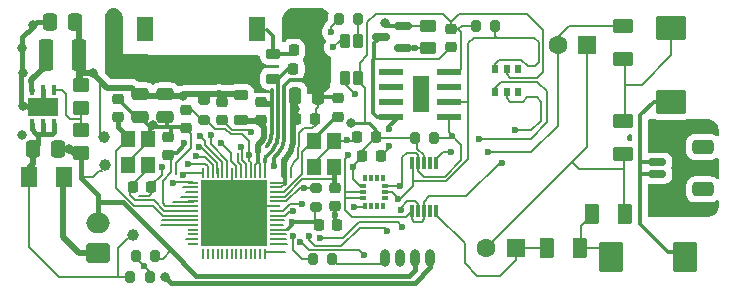
<source format=gbr>
%TF.GenerationSoftware,KiCad,Pcbnew,7.0.7*%
%TF.CreationDate,2023-09-20T12:31:10+02:00*%
%TF.ProjectId,Window_EMP_monitor_59_4x23_5x1.6mm,57696e64-6f77-45f4-954d-505f6d6f6e69,rev?*%
%TF.SameCoordinates,Original*%
%TF.FileFunction,Copper,L1,Top*%
%TF.FilePolarity,Positive*%
%FSLAX46Y46*%
G04 Gerber Fmt 4.6, Leading zero omitted, Abs format (unit mm)*
G04 Created by KiCad (PCBNEW 7.0.7) date 2023-09-20 12:31:10*
%MOMM*%
%LPD*%
G01*
G04 APERTURE LIST*
G04 Aperture macros list*
%AMRoundRect*
0 Rectangle with rounded corners*
0 $1 Rounding radius*
0 $2 $3 $4 $5 $6 $7 $8 $9 X,Y pos of 4 corners*
0 Add a 4 corners polygon primitive as box body*
4,1,4,$2,$3,$4,$5,$6,$7,$8,$9,$2,$3,0*
0 Add four circle primitives for the rounded corners*
1,1,$1+$1,$2,$3*
1,1,$1+$1,$4,$5*
1,1,$1+$1,$6,$7*
1,1,$1+$1,$8,$9*
0 Add four rect primitives between the rounded corners*
20,1,$1+$1,$2,$3,$4,$5,0*
20,1,$1+$1,$4,$5,$6,$7,0*
20,1,$1+$1,$6,$7,$8,$9,0*
20,1,$1+$1,$8,$9,$2,$3,0*%
G04 Aperture macros list end*
%TA.AperFunction,SMDPad,CuDef*%
%ADD10RoundRect,0.250000X-0.787500X-1.025000X0.787500X-1.025000X0.787500X1.025000X-0.787500X1.025000X0*%
%TD*%
%TA.AperFunction,SMDPad,CuDef*%
%ADD11RoundRect,0.200000X-0.275000X0.200000X-0.275000X-0.200000X0.275000X-0.200000X0.275000X0.200000X0*%
%TD*%
%TA.AperFunction,SMDPad,CuDef*%
%ADD12C,1.000000*%
%TD*%
%TA.AperFunction,SMDPad,CuDef*%
%ADD13R,0.300000X1.000000*%
%TD*%
%TA.AperFunction,SMDPad,CuDef*%
%ADD14RoundRect,0.200000X-0.200000X-0.275000X0.200000X-0.275000X0.200000X0.275000X-0.200000X0.275000X0*%
%TD*%
%TA.AperFunction,SMDPad,CuDef*%
%ADD15RoundRect,0.200000X0.275000X-0.200000X0.275000X0.200000X-0.275000X0.200000X-0.275000X-0.200000X0*%
%TD*%
%TA.AperFunction,SMDPad,CuDef*%
%ADD16RoundRect,0.225000X0.225000X0.250000X-0.225000X0.250000X-0.225000X-0.250000X0.225000X-0.250000X0*%
%TD*%
%TA.AperFunction,SMDPad,CuDef*%
%ADD17RoundRect,0.250000X0.625000X-0.375000X0.625000X0.375000X-0.625000X0.375000X-0.625000X-0.375000X0*%
%TD*%
%TA.AperFunction,SMDPad,CuDef*%
%ADD18RoundRect,0.150000X0.625000X-0.150000X0.625000X0.150000X-0.625000X0.150000X-0.625000X-0.150000X0*%
%TD*%
%TA.AperFunction,SMDPad,CuDef*%
%ADD19RoundRect,0.250000X0.650000X-0.350000X0.650000X0.350000X-0.650000X0.350000X-0.650000X-0.350000X0*%
%TD*%
%TA.AperFunction,SMDPad,CuDef*%
%ADD20R,1.400000X2.100000*%
%TD*%
%TA.AperFunction,SMDPad,CuDef*%
%ADD21RoundRect,0.250000X-0.475000X0.250000X-0.475000X-0.250000X0.475000X-0.250000X0.475000X0.250000X0*%
%TD*%
%TA.AperFunction,SMDPad,CuDef*%
%ADD22RoundRect,0.250000X1.025000X-0.787500X1.025000X0.787500X-1.025000X0.787500X-1.025000X-0.787500X0*%
%TD*%
%TA.AperFunction,SMDPad,CuDef*%
%ADD23RoundRect,0.225000X0.250000X-0.225000X0.250000X0.225000X-0.250000X0.225000X-0.250000X-0.225000X0*%
%TD*%
%TA.AperFunction,SMDPad,CuDef*%
%ADD24RoundRect,0.225000X-0.250000X0.225000X-0.250000X-0.225000X0.250000X-0.225000X0.250000X0.225000X0*%
%TD*%
%TA.AperFunction,SMDPad,CuDef*%
%ADD25RoundRect,0.225000X-0.225000X-0.250000X0.225000X-0.250000X0.225000X0.250000X-0.225000X0.250000X0*%
%TD*%
%TA.AperFunction,SMDPad,CuDef*%
%ADD26RoundRect,0.218750X-0.381250X0.218750X-0.381250X-0.218750X0.381250X-0.218750X0.381250X0.218750X0*%
%TD*%
%TA.AperFunction,SMDPad,CuDef*%
%ADD27RoundRect,0.250000X0.250000X0.475000X-0.250000X0.475000X-0.250000X-0.475000X0.250000X-0.475000X0*%
%TD*%
%TA.AperFunction,SMDPad,CuDef*%
%ADD28R,1.200000X1.400000*%
%TD*%
%TA.AperFunction,SMDPad,CuDef*%
%ADD29R,0.350000X0.580000*%
%TD*%
%TA.AperFunction,SMDPad,CuDef*%
%ADD30R,0.580000X0.350000*%
%TD*%
%TA.AperFunction,SMDPad,CuDef*%
%ADD31RoundRect,0.041300X-0.948700X-0.253700X0.948700X-0.253700X0.948700X0.253700X-0.948700X0.253700X0*%
%TD*%
%TA.AperFunction,SMDPad,CuDef*%
%ADD32RoundRect,0.098350X-0.604150X-1.437900X0.604150X-1.437900X0.604150X1.437900X-0.604150X1.437900X0*%
%TD*%
%TA.AperFunction,SMDPad,CuDef*%
%ADD33RoundRect,0.250000X-0.375000X-0.625000X0.375000X-0.625000X0.375000X0.625000X-0.375000X0.625000X0*%
%TD*%
%TA.AperFunction,SMDPad,CuDef*%
%ADD34RoundRect,0.250000X-0.337500X-0.475000X0.337500X-0.475000X0.337500X0.475000X-0.337500X0.475000X0*%
%TD*%
%TA.AperFunction,SMDPad,CuDef*%
%ADD35RoundRect,0.250000X0.375000X1.075000X-0.375000X1.075000X-0.375000X-1.075000X0.375000X-1.075000X0*%
%TD*%
%TA.AperFunction,SMDPad,CuDef*%
%ADD36RoundRect,0.050000X-0.050000X0.387500X-0.050000X-0.387500X0.050000X-0.387500X0.050000X0.387500X0*%
%TD*%
%TA.AperFunction,SMDPad,CuDef*%
%ADD37RoundRect,0.050000X-0.387500X0.050000X-0.387500X-0.050000X0.387500X-0.050000X0.387500X0.050000X0*%
%TD*%
%TA.AperFunction,SMDPad,CuDef*%
%ADD38R,5.600000X5.600000*%
%TD*%
%TA.AperFunction,ComponentPad*%
%ADD39R,1.600000X1.600000*%
%TD*%
%TA.AperFunction,ComponentPad*%
%ADD40C,1.600000*%
%TD*%
%TA.AperFunction,SMDPad,CuDef*%
%ADD41RoundRect,0.250000X0.337500X0.475000X-0.337500X0.475000X-0.337500X-0.475000X0.337500X-0.475000X0*%
%TD*%
%TA.AperFunction,SMDPad,CuDef*%
%ADD42RoundRect,0.250000X-0.450000X0.350000X-0.450000X-0.350000X0.450000X-0.350000X0.450000X0.350000X0*%
%TD*%
%TA.AperFunction,SMDPad,CuDef*%
%ADD43RoundRect,0.200000X0.200000X0.275000X-0.200000X0.275000X-0.200000X-0.275000X0.200000X-0.275000X0*%
%TD*%
%TA.AperFunction,SMDPad,CuDef*%
%ADD44RoundRect,0.250000X-0.450000X0.262500X-0.450000X-0.262500X0.450000X-0.262500X0.450000X0.262500X0*%
%TD*%
%TA.AperFunction,ComponentPad*%
%ADD45RoundRect,0.250000X0.750000X-0.600000X0.750000X0.600000X-0.750000X0.600000X-0.750000X-0.600000X0*%
%TD*%
%TA.AperFunction,ComponentPad*%
%ADD46O,2.000000X1.700000*%
%TD*%
%TA.AperFunction,SMDPad,CuDef*%
%ADD47R,0.420000X0.840000*%
%TD*%
%TA.AperFunction,SMDPad,CuDef*%
%ADD48R,2.500000X1.600000*%
%TD*%
%TA.AperFunction,SMDPad,CuDef*%
%ADD49RoundRect,0.037100X-0.227900X0.317900X-0.227900X-0.317900X0.227900X-0.317900X0.227900X0.317900X0*%
%TD*%
%TA.AperFunction,SMDPad,CuDef*%
%ADD50O,0.800000X1.500000*%
%TD*%
%TA.AperFunction,SMDPad,CuDef*%
%ADD51RoundRect,0.124800X-0.275200X0.475200X-0.275200X-0.475200X0.275200X-0.475200X0.275200X0.475200X0*%
%TD*%
%TA.AperFunction,SMDPad,CuDef*%
%ADD52RoundRect,0.250001X-0.462499X-0.624999X0.462499X-0.624999X0.462499X0.624999X-0.462499X0.624999X0*%
%TD*%
%TA.AperFunction,SMDPad,CuDef*%
%ADD53RoundRect,0.150000X0.587500X0.150000X-0.587500X0.150000X-0.587500X-0.150000X0.587500X-0.150000X0*%
%TD*%
%TA.AperFunction,ViaPad*%
%ADD54C,0.600000*%
%TD*%
%TA.AperFunction,ViaPad*%
%ADD55C,0.800000*%
%TD*%
%TA.AperFunction,ViaPad*%
%ADD56C,0.700000*%
%TD*%
%TA.AperFunction,Conductor*%
%ADD57C,0.320000*%
%TD*%
%TA.AperFunction,Conductor*%
%ADD58C,0.150000*%
%TD*%
%TA.AperFunction,Conductor*%
%ADD59C,0.510000*%
%TD*%
%TA.AperFunction,Conductor*%
%ADD60C,0.500000*%
%TD*%
%TA.AperFunction,Conductor*%
%ADD61C,0.300000*%
%TD*%
%TA.AperFunction,Conductor*%
%ADD62C,0.200000*%
%TD*%
%TA.AperFunction,Conductor*%
%ADD63C,0.250000*%
%TD*%
%TA.AperFunction,Conductor*%
%ADD64C,0.400000*%
%TD*%
G04 APERTURE END LIST*
D10*
%TO.P,probeC2,1*%
%TO.N,Net-(probeSS12_3-K)*%
X188610000Y-102710000D03*
%TO.P,probeC2,2*%
%TO.N,Net-(SHJ1-Pin_1)*%
X194835000Y-102710000D03*
%TD*%
D11*
%TO.P,ER1,1*%
%TO.N,3V3*%
X154150000Y-89425000D03*
%TO.P,ER1,2*%
%TO.N,CHIP_EN*%
X154150000Y-91075000D03*
%TD*%
D12*
%TO.P,TP2,1,1*%
%TO.N,GND*%
X145730000Y-94920000D03*
%TD*%
D13*
%TO.P,U1,1*%
%TO.N,GNDD*%
X171750000Y-98810000D03*
%TO.P,U1,2*%
%TO.N,ADS1155_ALERT_IO10*%
X172250000Y-98810000D03*
%TO.P,U1,3*%
%TO.N,GNDD*%
X172750000Y-98810000D03*
%TO.P,U1,4*%
%TO.N,unconnected-(U1-Pad4)*%
X173250000Y-98810000D03*
%TO.P,U1,5*%
%TO.N,IN_KTS1_ADS2_A+*%
X173750000Y-98810000D03*
%TO.P,U1,6*%
%TO.N,IN_KTS1_ADS2_A-*%
X173750000Y-94710000D03*
%TO.P,U1,7*%
%TO.N,unconnected-(U1-Pad7)*%
X173250000Y-94710000D03*
%TO.P,U1,8*%
%TO.N,3V3*%
X172750000Y-94710000D03*
%TO.P,U1,9*%
%TO.N,GPIO8_I2C_SDA*%
X172250000Y-94710000D03*
%TO.P,U1,10*%
%TO.N,GPIO9_I2C_SCL*%
X171750000Y-94710000D03*
%TD*%
D14*
%TO.P,BAT_SENSE_R2,1*%
%TO.N,BAT_SENSE_IO07*%
X148345000Y-102560000D03*
%TO.P,BAT_SENSE_R2,2*%
%TO.N,GND*%
X149995000Y-102560000D03*
%TD*%
D15*
%TO.P,ER3,1*%
%TO.N,3V3*%
X163580000Y-98455000D03*
%TO.P,ER3,2*%
%TO.N,ESP_GPIO0_BOOT-DTR*%
X163580000Y-96805000D03*
%TD*%
D16*
%TO.P,EC2,1*%
%TO.N,GND*%
X163495000Y-90990000D03*
%TO.P,EC2,2*%
%TO.N,3V3*%
X161945000Y-90990000D03*
%TD*%
D17*
%TO.P,DMPprobeSS12_2,1,K*%
%TO.N,Net-(DMPprobeSS12_2-K)*%
X189620000Y-85890000D03*
%TO.P,DMPprobeSS12_2,2,A*%
%TO.N,IN_KTS1_ADS2_A-*%
X189620000Y-83090000D03*
%TD*%
D18*
%TO.P,SHJ1,1,Pin_1*%
%TO.N,Net-(SHJ1-Pin_1)*%
X192490000Y-95670000D03*
%TO.P,SHJ1,2,Pin_2*%
X192490000Y-94670000D03*
D19*
%TO.P,SHJ1,MP*%
%TO.N,N/C*%
X196365000Y-96970000D03*
X196365000Y-93370000D03*
%TD*%
D20*
%TO.P,ANT1,1,1*%
%TO.N,Net-(ANT1-Pad1)*%
X158599500Y-83340000D03*
%TO.P,ANT1,2,2*%
%TO.N,unconnected-(ANT1-Pad2)*%
X149099500Y-83340000D03*
%TD*%
D21*
%TO.P,EC7,1*%
%TO.N,3V3*%
X150830000Y-88910000D03*
%TO.P,EC7,2*%
%TO.N,GND*%
X150830000Y-90810000D03*
%TD*%
D22*
%TO.P,probeC1,1*%
%TO.N,Net-(SHJ1-Pin_1)*%
X193640000Y-89545000D03*
%TO.P,probeC1,2*%
%TO.N,Net-(DMPprobeSS12_2-K)*%
X193640000Y-83320000D03*
%TD*%
D23*
%TO.P,EC10,1*%
%TO.N,Net-(EC10-Pad1)*%
X158920000Y-91095000D03*
%TO.P,EC10,2*%
%TO.N,GND*%
X158920000Y-89545000D03*
%TD*%
D24*
%TO.P,EC6,1*%
%TO.N,3V3*%
X155650000Y-89555000D03*
%TO.P,EC6,2*%
%TO.N,GND*%
X155650000Y-91105000D03*
%TD*%
D25*
%TO.P,EC14,1*%
%TO.N,Net-(ESP32S1-GPIO15{slash}ADC2_CH4{slash}XTAL_32K_P)*%
X148125000Y-96770000D03*
%TO.P,EC14,2*%
%TO.N,GND*%
X149675000Y-96770000D03*
%TD*%
D26*
%TO.P,L1,1,1*%
%TO.N,3V3*%
X157280000Y-88987500D03*
%TO.P,L1,2,2*%
%TO.N,Net-(EC10-Pad1)*%
X157280000Y-91112500D03*
%TD*%
D27*
%TO.P,EC3,1*%
%TO.N,GND*%
X163770000Y-89060000D03*
%TO.P,EC3,2*%
%TO.N,3V3*%
X161870000Y-89060000D03*
%TD*%
D25*
%TO.P,EC13,1*%
%TO.N,GND*%
X167115000Y-92520000D03*
%TO.P,EC13,2*%
%TO.N,3V3*%
X168665000Y-92520000D03*
%TD*%
D14*
%TO.P,BAT_SENSE_R1,1*%
%TO.N,VIN*%
X147895000Y-104390000D03*
%TO.P,BAT_SENSE_R1,2*%
%TO.N,BAT_SENSE_IO07*%
X149545000Y-104390000D03*
%TD*%
%TO.P,I2C_SCL_R2,1*%
%TO.N,3V3*%
X177125000Y-83110000D03*
%TO.P,I2C_SCL_R2,2*%
%TO.N,GPIO9_I2C_SCL*%
X178775000Y-83110000D03*
%TD*%
D28*
%TO.P,ECY1,1,1*%
%TO.N,Net-(ESP32S1-GPIO16{slash}ADC2_CH5{slash}XTAL_32K_N)*%
X147670000Y-92670000D03*
%TO.P,ECY1,2,2*%
%TO.N,GND*%
X147670000Y-94870000D03*
%TO.P,ECY1,3,3*%
%TO.N,Net-(ESP32S1-GPIO15{slash}ADC2_CH4{slash}XTAL_32K_P)*%
X149370000Y-94870000D03*
%TO.P,ECY1,4,4*%
%TO.N,GND*%
X149370000Y-92670000D03*
%TD*%
D29*
%TO.P,IMU1,1,SDO/SA0*%
%TO.N,unconnected-(IMU1-SDO{slash}SA0-Pad1)*%
X169270000Y-96020000D03*
%TO.P,IMU1,2,SDX*%
%TO.N,unconnected-(IMU1-SDX-Pad2)*%
X168770000Y-96020000D03*
%TO.P,IMU1,3,SCX*%
%TO.N,unconnected-(IMU1-SCX-Pad3)*%
X168270000Y-96020000D03*
%TO.P,IMU1,4,INT1*%
%TO.N,unconnected-(IMU1-INT1-Pad4)*%
X167770000Y-96020000D03*
D30*
%TO.P,IMU1,5,VDDIO*%
%TO.N,3V3*%
X167595000Y-96695000D03*
%TO.P,IMU1,6,GND*%
%TO.N,GNDD*%
X167595000Y-97195000D03*
%TO.P,IMU1,7,GND*%
X167595000Y-97695000D03*
D29*
%TO.P,IMU1,8,VDD*%
%TO.N,3V3*%
X167770000Y-98370000D03*
%TO.P,IMU1,9,INT2*%
%TO.N,unconnected-(IMU1-INT2-Pad9)*%
X168270000Y-98370000D03*
%TO.P,IMU1,10,NC*%
%TO.N,unconnected-(IMU1-NC-Pad10)*%
X168770000Y-98370000D03*
%TO.P,IMU1,11,NC*%
%TO.N,unconnected-(IMU1-NC-Pad11)*%
X169270000Y-98370000D03*
D30*
%TO.P,IMU1,12,CS*%
%TO.N,unconnected-(IMU1-CS-Pad12)*%
X169445000Y-97695000D03*
%TO.P,IMU1,13,SCL*%
%TO.N,GPIO9_I2C_SCL*%
X169445000Y-97195000D03*
%TO.P,IMU1,14,SDA*%
%TO.N,GPIO8_I2C_SDA*%
X169445000Y-96695000D03*
%TD*%
D31*
%TO.P,U5,1*%
%TO.N,N/C*%
X169920000Y-87040000D03*
%TO.P,U5,2*%
X169920000Y-88310000D03*
%TO.P,U5,3*%
X169920000Y-89580000D03*
%TO.P,U5,4,GND*%
%TO.N,GNDD*%
X169920000Y-90850000D03*
%TO.P,U5,5,SDA*%
%TO.N,GPIO8_I2C_SDA*%
X174860000Y-90850000D03*
%TO.P,U5,6,SCL*%
%TO.N,GPIO9_I2C_SCL*%
X174860000Y-89580000D03*
%TO.P,U5,7*%
%TO.N,N/C*%
X174860000Y-88310000D03*
%TO.P,U5,8,VCC*%
%TO.N,3V3*%
X174860000Y-87040000D03*
D32*
%TO.P,U5,9,EXP*%
%TO.N,unconnected-(U5-EXP-Pad9)*%
X172460000Y-88895000D03*
%TD*%
D33*
%TO.P,probeSS12_4,1,K*%
%TO.N,IN_KTS1_ADS2_A+*%
X183200000Y-101960000D03*
%TO.P,probeSS12_4,2,A*%
%TO.N,Net-(probeSS12_3-K)*%
X186000000Y-101960000D03*
%TD*%
D34*
%TO.P,AUR_C2,1*%
%TO.N,VIN*%
X139672500Y-93520000D03*
%TO.P,AUR_C2,2*%
%TO.N,GND*%
X141747500Y-93520000D03*
%TD*%
D25*
%TO.P,EC9,1*%
%TO.N,Net-(ESP32S1-LNA_IN{slash}RF)*%
X161685000Y-86750000D03*
%TO.P,EC9,2*%
%TO.N,GND*%
X163235000Y-86750000D03*
%TD*%
D33*
%TO.P,probeSS12_3,1,K*%
%TO.N,Net-(probeSS12_3-K)*%
X186950000Y-99010000D03*
%TO.P,probeSS12_3,2,A*%
%TO.N,Net-(probeSS12_1-K)*%
X189750000Y-99010000D03*
%TD*%
D23*
%TO.P,EC15,1*%
%TO.N,Net-(ESP32S1-XTAL_P)*%
X165450000Y-90805000D03*
%TO.P,EC15,2*%
%TO.N,GND*%
X165450000Y-89255000D03*
%TD*%
D35*
%TO.P,AUR_l1,1,1*%
%TO.N,3V3*%
X143520000Y-85600000D03*
%TO.P,AUR_l1,2,2*%
%TO.N,Net-(AUR1-SW)*%
X140720000Y-85600000D03*
%TD*%
D36*
%TO.P,ESP32S1,1,LNA_IN/RF*%
%TO.N,Net-(ESP32S1-LNA_IN{slash}RF)*%
X159270000Y-95542500D03*
%TO.P,ESP32S1,2,VDD3P3*%
%TO.N,Net-(EC10-Pad1)*%
X158870000Y-95542500D03*
%TO.P,ESP32S1,3,VDD3P3*%
X158470000Y-95542500D03*
%TO.P,ESP32S1,4,CHIP_PU/RESET*%
%TO.N,CHIP_EN*%
X158070000Y-95542500D03*
%TO.P,ESP32S1,5,GPIO0/BOOT*%
%TO.N,ESP_GPIO0_BOOT-DTR*%
X157670000Y-95542500D03*
%TO.P,ESP32S1,6,GPIO1/ADC1_CH0*%
%TO.N,BAT_SENSE_IO21*%
X157270000Y-95542500D03*
%TO.P,ESP32S1,7,GPIO2/ADC1_CH1*%
%TO.N,LED_B_IO02*%
X156870000Y-95542500D03*
%TO.P,ESP32S1,8,GPIO3/ADC1_CH2*%
%TO.N,GND*%
X156470000Y-95542500D03*
%TO.P,ESP32S1,9,GPIO4/ADC1_CH3*%
%TO.N,LED_G_IO04*%
X156070000Y-95542500D03*
%TO.P,ESP32S1,10,GPIO5/ADC1_CH4*%
%TO.N,LED_R_IO05*%
X155670000Y-95542500D03*
%TO.P,ESP32S1,11,GPIO6/ADC1_CH5*%
%TO.N,PERIPHERALS_PWR_EN_IO06*%
X155270000Y-95542500D03*
%TO.P,ESP32S1,12,GPIO7/ADC1_CH6*%
%TO.N,BAT_SENSE_IO07*%
X154870000Y-95542500D03*
%TO.P,ESP32S1,13,GPIO8/ADC1_CH7*%
%TO.N,GPIO8_I2C_SDA*%
X154470000Y-95542500D03*
%TO.P,ESP32S1,14,GPIO9/ADC1_CH8*%
%TO.N,GPIO9_I2C_SCL*%
X154070000Y-95542500D03*
D37*
%TO.P,ESP32S1,15,GPIO10/ADC1_CH9*%
%TO.N,ADS1155_ALERT_IO10*%
X153232500Y-96380000D03*
%TO.P,ESP32S1,16,GPIO11/ADC2_CH0*%
%TO.N,unconnected-(ESP32S1-GPIO11{slash}ADC2_CH0-Pad16)*%
X153232500Y-96780000D03*
%TO.P,ESP32S1,17,GPIO12/ADC2_CH1*%
%TO.N,unconnected-(ESP32S1-GPIO12{slash}ADC2_CH1-Pad17)*%
X153232500Y-97180000D03*
%TO.P,ESP32S1,18,GPIO13/ADC2_CH2*%
%TO.N,unconnected-(ESP32S1-GPIO13{slash}ADC2_CH2-Pad18)*%
X153232500Y-97580000D03*
%TO.P,ESP32S1,19,GPIO14/ADC2_CH3*%
%TO.N,unconnected-(ESP32S1-GPIO14{slash}ADC2_CH3-Pad19)*%
X153232500Y-97980000D03*
%TO.P,ESP32S1,20,VDD3P3_RTC*%
%TO.N,3V3*%
X153232500Y-98380000D03*
%TO.P,ESP32S1,21,GPIO15/ADC2_CH4/XTAL_32K_P*%
%TO.N,Net-(ESP32S1-GPIO15{slash}ADC2_CH4{slash}XTAL_32K_P)*%
X153232500Y-98780000D03*
%TO.P,ESP32S1,22,GPIO16/ADC2_CH5/XTAL_32K_N*%
%TO.N,Net-(ESP32S1-GPIO16{slash}ADC2_CH5{slash}XTAL_32K_N)*%
X153232500Y-99180000D03*
%TO.P,ESP32S1,23,GPIO17/ADC2_CH6/DAC_2*%
%TO.N,unconnected-(ESP32S1-GPIO17{slash}ADC2_CH6{slash}DAC_2-Pad23)*%
X153232500Y-99580000D03*
%TO.P,ESP32S1,24,GPIO18/ADC2_CH7/DAC_1*%
%TO.N,unconnected-(ESP32S1-GPIO18{slash}ADC2_CH7{slash}DAC_1-Pad24)*%
X153232500Y-99980000D03*
%TO.P,ESP32S1,25,GPIO19/USB_D-/ADC2_CH8*%
%TO.N,USB_D-*%
X153232500Y-100380000D03*
%TO.P,ESP32S1,26,GPIO20/USB_D+/ADC2_CH9*%
%TO.N,USB_D+*%
X153232500Y-100780000D03*
%TO.P,ESP32S1,27,GPIO21*%
%TO.N,unconnected-(ESP32S1-GPIO21-Pad27)*%
X153232500Y-101180000D03*
%TO.P,ESP32S1,28,SPI_CS1/GPIO26*%
%TO.N,SPICS1*%
X153232500Y-101580000D03*
D36*
%TO.P,ESP32S1,29,VDD_SPI*%
%TO.N,VDD_SPI*%
X154070000Y-102417500D03*
%TO.P,ESP32S1,30,SPIHD/GPIO27*%
%TO.N,SPIHD*%
X154470000Y-102417500D03*
%TO.P,ESP32S1,31,SPIWP/GPIO28*%
%TO.N,SPIWP*%
X154870000Y-102417500D03*
%TO.P,ESP32S1,32,SPICS0/GPIO29*%
%TO.N,SPICS0*%
X155270000Y-102417500D03*
%TO.P,ESP32S1,33,SPICLK/GPIO30*%
%TO.N,SPICLK*%
X155670000Y-102417500D03*
%TO.P,ESP32S1,34,SPIQ/GPIO31*%
%TO.N,SPIQ*%
X156070000Y-102417500D03*
%TO.P,ESP32S1,35,SPID/GPIO32*%
%TO.N,SPID*%
X156470000Y-102417500D03*
%TO.P,ESP32S1,36,SPICLK_N/GPIO48*%
%TO.N,unconnected-(ESP32S1-SPICLK_N{slash}GPIO48-Pad36)*%
X156870000Y-102417500D03*
%TO.P,ESP32S1,37,SPICLK_P/GPIO47*%
%TO.N,unconnected-(ESP32S1-SPICLK_P{slash}GPIO47-Pad37)*%
X157270000Y-102417500D03*
%TO.P,ESP32S1,38,GPIO33*%
%TO.N,unconnected-(ESP32S1-GPIO33-Pad38)*%
X157670000Y-102417500D03*
%TO.P,ESP32S1,39,GPIO34*%
%TO.N,PLUG_PWR_3V3_EN_IO38*%
X158070000Y-102417500D03*
%TO.P,ESP32S1,40,GPIO35*%
%TO.N,unconnected-(ESP32S1-GPIO35-Pad40)*%
X158470000Y-102417500D03*
%TO.P,ESP32S1,41,GPIO36*%
%TO.N,unconnected-(ESP32S1-GPIO36-Pad41)*%
X158870000Y-102417500D03*
%TO.P,ESP32S1,42,GPIO37*%
%TO.N,unconnected-(ESP32S1-GPIO37-Pad42)*%
X159270000Y-102417500D03*
D37*
%TO.P,ESP32S1,43,GPIO38*%
%TO.N,unconnected-(ESP32S1-GPIO38-Pad43)*%
X160107500Y-101580000D03*
%TO.P,ESP32S1,44,MTCK/JTAG/GPIO39*%
%TO.N,unconnected-(ESP32S1-MTCK{slash}JTAG{slash}GPIO39-Pad44)*%
X160107500Y-101180000D03*
%TO.P,ESP32S1,45,MTDO/JTAG/GPIO40*%
%TO.N,unconnected-(ESP32S1-MTDO{slash}JTAG{slash}GPIO40-Pad45)*%
X160107500Y-100780000D03*
%TO.P,ESP32S1,46,VDD3P3_CPU*%
%TO.N,3V3*%
X160107500Y-100380000D03*
%TO.P,ESP32S1,47,MTDI/JTAG/GPIO41*%
%TO.N,unconnected-(ESP32S1-MTDI{slash}JTAG{slash}GPIO41-Pad47)*%
X160107500Y-99980000D03*
%TO.P,ESP32S1,48,MTMS/JTAG/GPIO42*%
%TO.N,unconnected-(ESP32S1-MTMS{slash}JTAG{slash}GPIO42-Pad48)*%
X160107500Y-99580000D03*
%TO.P,ESP32S1,49,U0TXD/PROG/GPIO43*%
%TO.N,Net-(ESP32S1-U0TXD{slash}PROG{slash}GPIO43)*%
X160107500Y-99180000D03*
%TO.P,ESP32S1,50,U0RXD/PROG/GPIO44*%
%TO.N,RXD0*%
X160107500Y-98780000D03*
%TO.P,ESP32S1,51,GPIO45*%
%TO.N,GND*%
X160107500Y-98380000D03*
%TO.P,ESP32S1,52,GPIO46*%
%TO.N,ESP_GPIO0_BOOT-DTR*%
X160107500Y-97980000D03*
%TO.P,ESP32S1,53,XTAL_N*%
%TO.N,Net-(ESP32S1-XTAL_N)*%
X160107500Y-97580000D03*
%TO.P,ESP32S1,54,XTAL_P*%
%TO.N,Net-(ESP32S1-XTAL_P)*%
X160107500Y-97180000D03*
%TO.P,ESP32S1,55,VDDA*%
%TO.N,3V3*%
X160107500Y-96780000D03*
%TO.P,ESP32S1,56,VDDA*%
X160107500Y-96380000D03*
D38*
%TO.P,ESP32S1,57,GND*%
%TO.N,GND*%
X156670000Y-98980000D03*
%TD*%
D39*
%TO.P,probeC4,1*%
%TO.N,Net-(probeSS12_1-K)*%
X186555791Y-84730000D03*
D40*
%TO.P,probeC4,2*%
%TO.N,IN_KTS1_ADS2_A-*%
X184055791Y-84730000D03*
%TD*%
D41*
%TO.P,AUR_C1,1*%
%TO.N,3V3*%
X143177500Y-82810000D03*
%TO.P,AUR_C1,2*%
%TO.N,GND*%
X141102500Y-82810000D03*
%TD*%
D42*
%TO.P,AUR_R1,1*%
%TO.N,Net-(AUR1-FB)*%
X143710000Y-91900000D03*
%TO.P,AUR_R1,2*%
%TO.N,GND*%
X143710000Y-93900000D03*
%TD*%
D23*
%TO.P,EC1,1*%
%TO.N,GND*%
X152610000Y-91805000D03*
%TO.P,EC1,2*%
%TO.N,CHIP_EN*%
X152610000Y-90255000D03*
%TD*%
D43*
%TO.P,I2C_SDA_R2,1*%
%TO.N,GPIO8_I2C_SDA*%
X173635000Y-92630000D03*
%TO.P,I2C_SDA_R2,2*%
%TO.N,3V3*%
X171985000Y-92630000D03*
%TD*%
D14*
%TO.P,LR1,1*%
%TO.N,LED_R_IO05*%
X165555000Y-82510000D03*
%TO.P,LR1,2*%
%TO.N,Net-(LED1-RA)*%
X167205000Y-82510000D03*
%TD*%
D43*
%TO.P,ER2,1*%
%TO.N,TXD0*%
X164995000Y-102870000D03*
%TO.P,ER2,2*%
%TO.N,Net-(ESP32S1-U0TXD{slash}PROG{slash}GPIO43)*%
X163345000Y-102870000D03*
%TD*%
D44*
%TO.P,MTRR1,1*%
%TO.N,GND*%
X173060000Y-83137500D03*
%TO.P,MTRR1,2*%
%TO.N,PERIPHERALS_PWR_EN_IO06*%
X173060000Y-84962500D03*
%TD*%
D42*
%TO.P,AUR_R2,1*%
%TO.N,3V3*%
X143710000Y-88110000D03*
%TO.P,AUR_R2,2*%
%TO.N,Net-(AUR1-FB)*%
X143710000Y-90110000D03*
%TD*%
D17*
%TO.P,probeSS12_1,1,K*%
%TO.N,Net-(probeSS12_1-K)*%
X189610000Y-93980000D03*
%TO.P,probeSS12_1,2,A*%
%TO.N,Net-(DMPprobeSS12_2-K)*%
X189610000Y-91180000D03*
%TD*%
D45*
%TO.P,PWR_PLUG1,1,Pin_1*%
%TO.N,VIN_BATF*%
X145122500Y-102310000D03*
D46*
%TO.P,PWR_PLUG1,2,Pin_2*%
%TO.N,GND*%
X145122500Y-99810000D03*
%TD*%
D25*
%TO.P,EC11,1*%
%TO.N,3V3*%
X163855000Y-99960000D03*
%TO.P,EC11,2*%
%TO.N,GND*%
X165405000Y-99960000D03*
%TD*%
D24*
%TO.P,EC17,1*%
%TO.N,Net-(ESP32S1-XTAL_N)*%
X165220000Y-96845000D03*
%TO.P,EC17,2*%
%TO.N,GND*%
X165220000Y-98395000D03*
%TD*%
D23*
%TO.P,EC8,1*%
%TO.N,3V3*%
X151060000Y-94075000D03*
%TO.P,EC8,2*%
%TO.N,GND*%
X151060000Y-92525000D03*
%TD*%
D47*
%TO.P,AUR1,1,FB*%
%TO.N,Net-(AUR1-FB)*%
X141430000Y-88560000D03*
%TO.P,AUR1,2,GND*%
%TO.N,GND*%
X140480000Y-88560000D03*
%TO.P,AUR1,3,SW*%
%TO.N,Net-(AUR1-SW)*%
X139530000Y-88560000D03*
%TO.P,AUR1,4,VIN_SW*%
%TO.N,VIN*%
X139530000Y-91430000D03*
%TO.P,AUR1,5,VIN_A*%
X140480000Y-91430000D03*
%TO.P,AUR1,6,EN*%
X141430000Y-91430000D03*
D48*
%TO.P,AUR1,7,GND*%
%TO.N,GND*%
X140480000Y-89995000D03*
%TD*%
D23*
%TO.P,EC12,1*%
%TO.N,Net-(ESP32S1-GPIO16{slash}ADC2_CH5{slash}XTAL_32K_N)*%
X146880000Y-90865000D03*
%TO.P,EC12,2*%
%TO.N,GND*%
X146880000Y-89315000D03*
%TD*%
D49*
%TO.P,U3,1,NC*%
%TO.N,unconnected-(U3-NC-Pad1)*%
X180745000Y-86785487D03*
%TO.P,U3,2,VDD*%
%TO.N,3V3*%
X179745000Y-86785487D03*
%TO.P,U3,3,SCL*%
%TO.N,GPIO9_I2C_SCL*%
X178745000Y-86785487D03*
%TO.P,U3,4,SDA*%
%TO.N,GPIO8_I2C_SDA*%
X178745000Y-88755487D03*
%TO.P,U3,5,GND*%
%TO.N,GNDD*%
X179745000Y-88755487D03*
%TO.P,U3,6,NC*%
%TO.N,unconnected-(U3-NC-Pad6)*%
X180745000Y-88755487D03*
%TD*%
D25*
%TO.P,LSC1,1*%
%TO.N,3V3*%
X167535000Y-94150000D03*
%TO.P,LSC1,2*%
%TO.N,GNDD*%
X169085000Y-94150000D03*
%TD*%
D50*
%TO.P,J2,1,Pin_1*%
%TO.N,3V3*%
X173275000Y-102785000D03*
%TO.P,J2,2,Pin_2*%
%TO.N,GND*%
X172005000Y-102785000D03*
%TO.P,J2,3,Pin_3*%
%TO.N,unconnected-(J2-Pin_3-Pad3)*%
X170735000Y-102785000D03*
%TO.P,J2,4,Pin_4*%
%TO.N,TXD0*%
X169465000Y-102785000D03*
%TD*%
D21*
%TO.P,EC4,1*%
%TO.N,3V3*%
X148740000Y-88910000D03*
%TO.P,EC4,2*%
%TO.N,GND*%
X148740000Y-90810000D03*
%TD*%
D12*
%TO.P,TP3,1,1*%
%TO.N,VIN*%
X148140000Y-100820000D03*
%TD*%
%TO.P,TP1,1,1*%
%TO.N,3V3*%
X145660000Y-92490000D03*
%TD*%
D25*
%TO.P,EC5,1*%
%TO.N,Net-(ANT1-Pad1)*%
X161725000Y-85180000D03*
%TO.P,EC5,2*%
%TO.N,GND*%
X163275000Y-85180000D03*
%TD*%
D26*
%TO.P,EL1,1,1*%
%TO.N,Net-(ANT1-Pad1)*%
X159960000Y-85467500D03*
%TO.P,EL1,2,2*%
%TO.N,Net-(ESP32S1-LNA_IN{slash}RF)*%
X159960000Y-87592500D03*
%TD*%
D39*
%TO.P,probeC3,1*%
%TO.N,IN_KTS1_ADS2_A+*%
X180510000Y-101930000D03*
D40*
%TO.P,probeC3,2*%
%TO.N,Net-(probeSS12_1-K)*%
X178010000Y-101930000D03*
%TD*%
D51*
%TO.P,LED1,1,GA*%
%TO.N,LED_G_IO04*%
X166050000Y-84380000D03*
%TO.P,LED1,2,BA*%
%TO.N,LED_B_IO02*%
X166040000Y-87560000D03*
%TO.P,LED1,3,RA*%
%TO.N,Net-(LED1-RA)*%
X167190000Y-84380000D03*
%TO.P,LED1,4,K*%
%TO.N,3V3*%
X167160000Y-87570000D03*
%TD*%
D23*
%TO.P,ATC1,1*%
%TO.N,GNDD*%
X175030000Y-84935000D03*
%TO.P,ATC1,2*%
%TO.N,3V3*%
X175030000Y-83385000D03*
%TD*%
D52*
%TO.P,BAT_FUSE1,1*%
%TO.N,VIN*%
X139312500Y-95930000D03*
%TO.P,BAT_FUSE1,2*%
%TO.N,VIN_BATF*%
X142287500Y-95930000D03*
%TD*%
D53*
%TO.P,MTRT1,1*%
%TO.N,PERIPHERALS_PWR_EN_IO06*%
X170945000Y-85020000D03*
%TO.P,MTRT1,2*%
%TO.N,GND*%
X170945000Y-83120000D03*
%TO.P,MTRT1,3*%
%TO.N,GNDD*%
X169070000Y-84070000D03*
%TD*%
D28*
%TO.P,ECY2,1,1*%
%TO.N,Net-(ESP32S1-XTAL_P)*%
X163460000Y-92880000D03*
%TO.P,ECY2,2,2*%
%TO.N,GND*%
X163460000Y-95080000D03*
%TO.P,ECY2,3,3*%
%TO.N,Net-(ESP32S1-XTAL_N)*%
X165160000Y-95080000D03*
%TO.P,ECY2,4,4*%
%TO.N,GND*%
X165160000Y-92880000D03*
%TD*%
D54*
%TO.N,GNDD*%
X166330000Y-94030000D03*
X180470000Y-91920000D03*
X179350000Y-94690000D03*
X169820000Y-93310000D03*
X169830000Y-91870000D03*
%TO.N,3V3*%
X166800000Y-98430000D03*
X161590000Y-99680000D03*
D55*
X150850000Y-104360000D03*
X161802500Y-90160000D03*
D56*
X155407000Y-88900000D03*
D55*
X144700000Y-87140000D03*
D54*
X166700000Y-95060000D03*
X152463000Y-93000000D03*
D55*
X152375821Y-89078750D03*
X166570000Y-91360000D03*
%TO.N,GND*%
X161550000Y-82420000D03*
X151790000Y-87170000D03*
X138780000Y-87080000D03*
X161580000Y-83700000D03*
X163390000Y-83950000D03*
X138740000Y-92340000D03*
X150440000Y-87170000D03*
X146380000Y-85380000D03*
X154330000Y-87170000D03*
X155670000Y-87100000D03*
X149780000Y-91480000D03*
D54*
X158130000Y-92080000D03*
X166230000Y-92800000D03*
D55*
X138810000Y-89940000D03*
X157050000Y-87140000D03*
X158690000Y-96870000D03*
D54*
X159520000Y-89720000D03*
X165210000Y-99160000D03*
X160010355Y-95010000D03*
D55*
X169430000Y-82900000D03*
X146430000Y-82320000D03*
D54*
X150560000Y-95040000D03*
D55*
X142710000Y-93570000D03*
X147700000Y-87140000D03*
X156690000Y-99240000D03*
X146350000Y-86970000D03*
X146400000Y-83780000D03*
X149120000Y-87170000D03*
X158270000Y-87100000D03*
X153080000Y-87190000D03*
X139640000Y-83050000D03*
X138740000Y-85030000D03*
D54*
%TO.N,CHIP_EN*%
X157917000Y-94050000D03*
X169640000Y-100510000D03*
X163050000Y-100900000D03*
%TO.N,Net-(ESP32S1-U0TXD{slash}PROG{slash}GPIO43)*%
X161660000Y-100910000D03*
X161631233Y-98751233D03*
%TO.N,ESP_GPIO0_BOOT-DTR*%
X163930000Y-101080000D03*
X157275119Y-93399822D03*
X170930000Y-100110000D03*
X162551526Y-96831526D03*
%TO.N,GPIO8_I2C_SDA*%
X152740000Y-94780000D03*
X175120000Y-92480000D03*
X170710000Y-96690000D03*
X177410000Y-92720000D03*
%TO.N,GPIO9_I2C_SCL*%
X170530000Y-97740000D03*
X152350000Y-95720000D03*
%TO.N,RXD0*%
X167700000Y-102530000D03*
X162280000Y-101420000D03*
X162440000Y-98160000D03*
%TO.N,IN_KTS1_ADS2_A-*%
X178210000Y-93790000D03*
X175080000Y-93770000D03*
%TO.N,BAT_SENSE_IO07*%
X149050000Y-103470000D03*
X153460000Y-94170000D03*
%TO.N,LED_B_IO02*%
X155540000Y-93050000D03*
X166890000Y-88900000D03*
%TO.N,LED_G_IO04*%
X154726233Y-92393767D03*
X165080000Y-84940000D03*
%TO.N,LED_R_IO05*%
X153790000Y-92410000D03*
X164890000Y-83660000D03*
%TO.N,PERIPHERALS_PWR_EN_IO06*%
X153662000Y-93350000D03*
X172000000Y-85030000D03*
%TO.N,ADS1155_ALERT_IO10*%
X170780000Y-98735500D03*
X151520000Y-96430000D03*
%TD*%
D57*
%TO.N,GNDD*%
X169830000Y-91870000D02*
X169830000Y-91630000D01*
D58*
X172750000Y-97990000D02*
X173180000Y-97560000D01*
X168390000Y-85950000D02*
X168380000Y-85960000D01*
X180470000Y-91920000D02*
X181840000Y-91920000D01*
X181500000Y-89180000D02*
X181130000Y-89550000D01*
X169820000Y-93310000D02*
X169820000Y-93415000D01*
D57*
X170610000Y-90850000D02*
X169920000Y-90850000D01*
X168550000Y-84590000D02*
X168550000Y-85830000D01*
D58*
X180060000Y-89550000D02*
X179745000Y-89235000D01*
D57*
X168410000Y-85970000D02*
X168410000Y-90480000D01*
D58*
X175440000Y-84985000D02*
X175390000Y-84935000D01*
X171750000Y-98810000D02*
X171750000Y-99510000D01*
X166640000Y-99310000D02*
X171250000Y-99310000D01*
X169920000Y-90850000D02*
X170700000Y-90850000D01*
X166075000Y-97695000D02*
X166070000Y-97690000D01*
X182620000Y-89520000D02*
X182280000Y-89180000D01*
D57*
X169830000Y-91630000D02*
X170610000Y-90850000D01*
X168410000Y-90480000D02*
X168780000Y-90850000D01*
D58*
X181130000Y-89550000D02*
X180060000Y-89550000D01*
X171940000Y-99700000D02*
X172560000Y-99700000D01*
X181840000Y-91920000D02*
X182620000Y-91140000D01*
X172560000Y-99700000D02*
X172750000Y-99510000D01*
D57*
X169070000Y-84070000D02*
X168550000Y-84590000D01*
D58*
X175390000Y-84935000D02*
X175030000Y-84935000D01*
X176340000Y-97560000D02*
X179290000Y-94610000D01*
X179745000Y-89235000D02*
X179745000Y-88755487D01*
X166075000Y-97195000D02*
X166070000Y-97190000D01*
X171250000Y-99310000D02*
X171750000Y-98810000D01*
X175030000Y-84935000D02*
X174015000Y-85950000D01*
X173180000Y-97560000D02*
X176340000Y-97560000D01*
X166070000Y-94370000D02*
X166070000Y-98740000D01*
X167595000Y-97195000D02*
X166075000Y-97195000D01*
X171750000Y-99510000D02*
X171940000Y-99700000D01*
X182620000Y-91140000D02*
X182620000Y-89520000D01*
D57*
X168780000Y-90850000D02*
X170610000Y-90850000D01*
D58*
X174015000Y-85950000D02*
X168390000Y-85950000D01*
X167595000Y-97695000D02*
X166075000Y-97695000D01*
X172750000Y-99510000D02*
X172750000Y-98810000D01*
X169820000Y-93415000D02*
X169085000Y-94150000D01*
X182280000Y-89180000D02*
X181500000Y-89180000D01*
X172750000Y-98810000D02*
X172750000Y-97990000D01*
D57*
X168550000Y-85830000D02*
X168410000Y-85970000D01*
D58*
X166390000Y-94050000D02*
X166070000Y-94370000D01*
X166070000Y-98740000D02*
X166640000Y-99310000D01*
D59*
%TO.N,3V3*%
X160887821Y-95828750D02*
X160887821Y-94513669D01*
D60*
X143520000Y-83890000D02*
X143520000Y-83152500D01*
D59*
X152375821Y-89078750D02*
X152375821Y-88988750D01*
D58*
X175665000Y-83385000D02*
X175030000Y-83385000D01*
D61*
X161590000Y-99680000D02*
X163497500Y-99680000D01*
D58*
X181440000Y-82100000D02*
X175680000Y-82100000D01*
D61*
X152463000Y-93000000D02*
X152463000Y-93219500D01*
D58*
X167770000Y-98370000D02*
X167710000Y-98430000D01*
X175030000Y-83385000D02*
X175655000Y-83385000D01*
D61*
X161590000Y-99680000D02*
X161590000Y-99950000D01*
D62*
X150612500Y-98129670D02*
X150612500Y-96255686D01*
D58*
X163852500Y-98497000D02*
X163512500Y-98837000D01*
X171930000Y-92575000D02*
X168720000Y-92575000D01*
D61*
X163497500Y-99680000D02*
X163667500Y-99850000D01*
D59*
X152375821Y-89078750D02*
X152554571Y-88900000D01*
D60*
X144700000Y-87140000D02*
X145910000Y-88350000D01*
D58*
X160103321Y-100388750D02*
X161151250Y-100388750D01*
D62*
X160103321Y-96788750D02*
X160685821Y-96788750D01*
X150612500Y-96255686D02*
X151338000Y-95530186D01*
X150862830Y-98380000D02*
X150612500Y-98129670D01*
D60*
X143640000Y-87140000D02*
X143640000Y-87800000D01*
D58*
X172750000Y-94085026D02*
X172194974Y-93530000D01*
X175900000Y-83620000D02*
X175665000Y-83385000D01*
D60*
X144700000Y-87140000D02*
X143640000Y-87140000D01*
D63*
X168665000Y-91895000D02*
X168665000Y-92520000D01*
D59*
X160887821Y-94513669D02*
X161042006Y-94359484D01*
D60*
X143520000Y-85600000D02*
X143520000Y-88030000D01*
D58*
X182830000Y-83490000D02*
X181440000Y-82100000D01*
X161151250Y-100388750D02*
X161242500Y-100297500D01*
X163512500Y-98837000D02*
X163512500Y-100075000D01*
X168680000Y-82100000D02*
X174350000Y-82100000D01*
D61*
X160974571Y-96500000D02*
X160992500Y-96482071D01*
D58*
X167710000Y-98430000D02*
X166800000Y-98430000D01*
X172750000Y-94710000D02*
X172750000Y-94085026D01*
D64*
X150850000Y-104360000D02*
X151350000Y-104860000D01*
D58*
X166740000Y-96090000D02*
X167345000Y-96695000D01*
X179745000Y-86785487D02*
X179745000Y-87205000D01*
D62*
X151338000Y-94061571D02*
X151345821Y-94053750D01*
D60*
X143520000Y-88030000D02*
X143640000Y-88150000D01*
D58*
X167950000Y-85610000D02*
X167950000Y-82830000D01*
X167345000Y-96695000D02*
X167595000Y-96695000D01*
D60*
X143520000Y-83152500D02*
X143177500Y-82810000D01*
D58*
X167490000Y-94195000D02*
X166740000Y-94945000D01*
D61*
X152463000Y-93219500D02*
X151807500Y-93875000D01*
D62*
X151338000Y-95530186D02*
X151338000Y-94061571D01*
D58*
X175900000Y-86730000D02*
X175900000Y-83620000D01*
X182830000Y-86990000D02*
X182830000Y-83490000D01*
D60*
X143520000Y-85600000D02*
X143520000Y-83890000D01*
D58*
X179745000Y-87205000D02*
X180040000Y-87500000D01*
X175655000Y-83385000D02*
X175930000Y-83110000D01*
X175030000Y-82780000D02*
X175030000Y-83385000D01*
X172194974Y-92839974D02*
X171930000Y-92575000D01*
X167740000Y-91360000D02*
X167740000Y-88383248D01*
D62*
X160685821Y-96788750D02*
X160974571Y-96500000D01*
D60*
X148490000Y-88850000D02*
X149020000Y-88850000D01*
D59*
X148908750Y-89078750D02*
X148740000Y-88910000D01*
D58*
X175930000Y-83110000D02*
X177065000Y-83110000D01*
D63*
X166570000Y-91360000D02*
X168130000Y-91360000D01*
X168130000Y-91360000D02*
X168665000Y-91895000D01*
D61*
X161590000Y-99950000D02*
X161242500Y-100297500D01*
D58*
X167740000Y-88383248D02*
X167063504Y-87706752D01*
D59*
X157545000Y-88900000D02*
X157572500Y-88927500D01*
D58*
X144700000Y-87140000D02*
X145290000Y-87730000D01*
D59*
X161625821Y-93078750D02*
X161625821Y-89018750D01*
D58*
X180040000Y-87500000D02*
X182320000Y-87500000D01*
X167293504Y-86266496D02*
X167950000Y-85610000D01*
D60*
X147990000Y-88350000D02*
X148490000Y-88850000D01*
D62*
X153228321Y-98380000D02*
X150862830Y-98380000D01*
D59*
X152554571Y-88900000D02*
X157545000Y-88900000D01*
D60*
X143640000Y-87800000D02*
X143520000Y-87920000D01*
D59*
X161625821Y-89018750D02*
X161835821Y-88808750D01*
D64*
X171960000Y-104860000D02*
X173275000Y-103545000D01*
D58*
X174860000Y-87040000D02*
X175590000Y-87040000D01*
X172194974Y-93530000D02*
X172194974Y-92839974D01*
D61*
X151807500Y-93875000D02*
X151382500Y-93875000D01*
D58*
X175590000Y-87040000D02*
X175900000Y-86730000D01*
D64*
X173275000Y-103545000D02*
X173275000Y-102785000D01*
D58*
X167950000Y-82830000D02*
X168680000Y-82100000D01*
X167063504Y-87706752D02*
X167063504Y-87560000D01*
X166740000Y-94945000D02*
X166740000Y-96090000D01*
D64*
X151350000Y-104860000D02*
X171960000Y-104860000D01*
D58*
X175030000Y-82750000D02*
X175030000Y-83385000D01*
D61*
X160992500Y-96482071D02*
X160992500Y-95840000D01*
D58*
X145290000Y-87730000D02*
X145290000Y-92440000D01*
X167293504Y-87580000D02*
X167293504Y-86266496D01*
D62*
X160103321Y-96388750D02*
X160875821Y-96388750D01*
D58*
X168720000Y-92575000D02*
X168665000Y-92520000D01*
D60*
X145910000Y-88350000D02*
X147990000Y-88350000D01*
D58*
X168665000Y-92520000D02*
X167490000Y-93695000D01*
X174350000Y-82100000D02*
X175030000Y-82780000D01*
D59*
X152375821Y-89078750D02*
X148908750Y-89078750D01*
D58*
X167490000Y-93695000D02*
X167490000Y-94195000D01*
X175680000Y-82100000D02*
X175030000Y-82750000D01*
X182320000Y-87500000D02*
X182830000Y-86990000D01*
X145290000Y-92440000D02*
X145760000Y-92910000D01*
D59*
X161042016Y-94362015D02*
G75*
G03*
X161625820Y-93078750I-1429616J1424815D01*
G01*
D62*
%TO.N,GND*%
X162071414Y-93418046D02*
X162180821Y-93308639D01*
D61*
X149590000Y-91660000D02*
X149590000Y-92209907D01*
D58*
X166755000Y-92880000D02*
X167115000Y-92520000D01*
D64*
X143710000Y-96010000D02*
X145122500Y-97422500D01*
X138810000Y-89940000D02*
X139200000Y-89940000D01*
X139640000Y-83050000D02*
X139770000Y-83050000D01*
X145122500Y-98050000D02*
X145122500Y-99810000D01*
D61*
X147985821Y-95098750D02*
X147985821Y-94698750D01*
D63*
X146870000Y-89350000D02*
X146870000Y-89285000D01*
D58*
X158010000Y-91960000D02*
X156520000Y-91960000D01*
D61*
X151290000Y-91660000D02*
X151290000Y-92355000D01*
D62*
X163311296Y-91800000D02*
X163567495Y-91543801D01*
D64*
X171500000Y-104260000D02*
X153443274Y-104260000D01*
X139770000Y-83050000D02*
X140010000Y-82810000D01*
X145122500Y-99810000D02*
X145210000Y-99810000D01*
X138730000Y-87030000D02*
X138730000Y-85040000D01*
X143710000Y-95890000D02*
X143710000Y-96010000D01*
D62*
X161912928Y-94464536D02*
X161972375Y-94402350D01*
D58*
X156465821Y-97513321D02*
X156465821Y-95551250D01*
D61*
X151010000Y-91660000D02*
X151290000Y-91660000D01*
D62*
X150560000Y-95742500D02*
X149675000Y-96627500D01*
X150560000Y-94920000D02*
X150560000Y-95742500D01*
X151738000Y-94744500D02*
X151738000Y-95695872D01*
D58*
X170962500Y-83137500D02*
X170945000Y-83120000D01*
X160103321Y-98388750D02*
X157341250Y-98388750D01*
D62*
X161818714Y-94558750D02*
X161912928Y-94464536D01*
D64*
X143040000Y-93900000D02*
X142710000Y-93570000D01*
D62*
X165217500Y-99850000D02*
X165217500Y-100322500D01*
D61*
X149960000Y-91660000D02*
X151010000Y-91660000D01*
D62*
X161750643Y-94629687D02*
X161818714Y-94558750D01*
D61*
X149600000Y-91660000D02*
X149780000Y-91480000D01*
X149590000Y-91660000D02*
X149600000Y-91660000D01*
D57*
X160912495Y-92428801D02*
X160912495Y-88247505D01*
D58*
X172117500Y-83137500D02*
X170962500Y-83137500D01*
D62*
X161972375Y-94402350D02*
X162071414Y-94261688D01*
X149485698Y-97524302D02*
X148630000Y-97524302D01*
D58*
X158130000Y-92080000D02*
X158010000Y-91960000D01*
D57*
X159843850Y-89986779D02*
X159843850Y-88540000D01*
X163800000Y-88250000D02*
X163800000Y-89090000D01*
X159827645Y-92450343D02*
X159843850Y-92219708D01*
D62*
X163782500Y-89960000D02*
X163567495Y-90175005D01*
D58*
X172130000Y-83150000D02*
X172117500Y-83137500D01*
D64*
X138620000Y-87240000D02*
X138780000Y-87080000D01*
D58*
X172142500Y-83137500D02*
X172130000Y-83150000D01*
D61*
X152465000Y-91660000D02*
X152610000Y-91805000D01*
D62*
X161525821Y-95871643D02*
X161525821Y-95265857D01*
D58*
X150630000Y-102820000D02*
X151316637Y-102133363D01*
D62*
X153063000Y-92258000D02*
X153063000Y-93419500D01*
D64*
X139255000Y-89995000D02*
X140480000Y-89995000D01*
D62*
X161525821Y-95265857D02*
X161527818Y-95167564D01*
D58*
X145230000Y-95390000D02*
X145470000Y-95390000D01*
D62*
X149675000Y-96770000D02*
X149675000Y-97335000D01*
X149675000Y-96627500D02*
X149675000Y-96770000D01*
D64*
X138730000Y-85020000D02*
X138730000Y-84090000D01*
D58*
X143710000Y-95890000D02*
X144730000Y-95890000D01*
D63*
X149020000Y-90750000D02*
X148270000Y-90750000D01*
D64*
X138730000Y-84090000D02*
X139640000Y-83180000D01*
D57*
X163800000Y-89090000D02*
X163965000Y-89255000D01*
D64*
X139200000Y-89940000D02*
X139255000Y-89995000D01*
D57*
X169650000Y-83120000D02*
X170945000Y-83120000D01*
X169430000Y-82900000D02*
X169650000Y-83120000D01*
X163290000Y-87740000D02*
X163800000Y-88250000D01*
D63*
X148270000Y-90750000D02*
X146870000Y-89350000D01*
D58*
X157341250Y-98388750D02*
X156465821Y-97513321D01*
D62*
X161527818Y-95167564D02*
X161566179Y-94974756D01*
D58*
X165160000Y-92880000D02*
X166755000Y-92880000D01*
D57*
X160912495Y-92452670D02*
X160912495Y-92724932D01*
D61*
X149590000Y-92209907D02*
X149503264Y-92296643D01*
D62*
X162071414Y-94261688D02*
X162071414Y-93418046D01*
D58*
X150035000Y-102820000D02*
X150630000Y-102820000D01*
D64*
X142660000Y-93520000D02*
X141747500Y-93520000D01*
X138810000Y-89940000D02*
X138620000Y-89750000D01*
D61*
X163819995Y-89168801D02*
X165084995Y-89168801D01*
D58*
X156520000Y-91960000D02*
X155665000Y-91105000D01*
D57*
X161420000Y-87740000D02*
X163290000Y-87740000D01*
D62*
X153063000Y-93419500D02*
X151738000Y-94744500D01*
D61*
X165212500Y-99800000D02*
X165212500Y-98380000D01*
D58*
X173060000Y-83137500D02*
X172142500Y-83137500D01*
D62*
X163567495Y-91543801D02*
X163567495Y-90998801D01*
D61*
X151290000Y-92355000D02*
X151320000Y-92385000D01*
D64*
X138780000Y-87080000D02*
X138730000Y-87030000D01*
D62*
X163567495Y-90175005D02*
X163567495Y-90998801D01*
D64*
X140010000Y-82810000D02*
X141102500Y-82810000D01*
D57*
X163390000Y-83950000D02*
X163290000Y-84050000D01*
D61*
X151010000Y-90990000D02*
X150830000Y-90810000D01*
D64*
X139640000Y-83180000D02*
X139640000Y-83050000D01*
D61*
X151290000Y-91660000D02*
X152465000Y-91660000D01*
D58*
X144730000Y-95890000D02*
X145230000Y-95390000D01*
D61*
X149780000Y-91480000D02*
X149960000Y-91660000D01*
D64*
X138730000Y-85040000D02*
X138740000Y-85030000D01*
X138740000Y-85030000D02*
X138730000Y-85020000D01*
X153443274Y-104260000D02*
X151316637Y-102133363D01*
D62*
X149675000Y-97335000D02*
X149485698Y-97524302D01*
D57*
X159843850Y-92218750D02*
X159843850Y-89986779D01*
D62*
X162582500Y-91800000D02*
X163311296Y-91800000D01*
X161641418Y-94793137D02*
X161750643Y-94629687D01*
D64*
X151316637Y-102133363D02*
X147233274Y-98050000D01*
D57*
X160330035Y-94000442D02*
X160010355Y-94320122D01*
D58*
X155665000Y-91105000D02*
X155650000Y-91105000D01*
D57*
X160912495Y-88247505D02*
X161420000Y-87740000D01*
D58*
X147670000Y-94870000D02*
X147670000Y-94620000D01*
D64*
X140480000Y-88560000D02*
X140480000Y-89995000D01*
D62*
X161566179Y-94974756D02*
X161641418Y-94793137D01*
D64*
X143710000Y-93900000D02*
X143040000Y-93900000D01*
D62*
X162180821Y-92201679D02*
X162582500Y-91800000D01*
X162180821Y-93308639D02*
X162180821Y-92201679D01*
D64*
X143710000Y-95890000D02*
X143710000Y-93900000D01*
X142710000Y-93570000D02*
X142660000Y-93520000D01*
D57*
X160010355Y-94320122D02*
X160010355Y-95010000D01*
D64*
X172005000Y-103755000D02*
X171500000Y-104260000D01*
D61*
X148740000Y-90810000D02*
X149590000Y-91660000D01*
D62*
X159760821Y-89903750D02*
X159843850Y-89986779D01*
D64*
X145122500Y-97422500D02*
X145122500Y-99810000D01*
D58*
X147670000Y-94620000D02*
X149370000Y-92920000D01*
X149370000Y-92920000D02*
X149370000Y-92670000D01*
D57*
X163290000Y-84050000D02*
X163290000Y-87740000D01*
D64*
X138620000Y-89750000D02*
X138620000Y-87240000D01*
D62*
X152610000Y-91805000D02*
X153063000Y-92258000D01*
D64*
X172005000Y-102785000D02*
X172005000Y-103755000D01*
D61*
X151010000Y-91660000D02*
X151010000Y-90990000D01*
D58*
X163342495Y-94848801D02*
X165142495Y-93048801D01*
D62*
X163782500Y-89100000D02*
X163782500Y-89960000D01*
X159042500Y-89690000D02*
X159857500Y-89690000D01*
D64*
X147233274Y-98050000D02*
X145122500Y-98050000D01*
D57*
X160330029Y-94002957D02*
G75*
G03*
X160913850Y-92719708I-1429429J1424757D01*
G01*
X159423354Y-93339144D02*
G75*
G03*
X159827645Y-92450343I-990154J986744D01*
G01*
D60*
%TO.N,VIN*%
X139672500Y-94827500D02*
X139672500Y-93520000D01*
D64*
X139920000Y-92270000D02*
X139530000Y-91880000D01*
X140480000Y-92240000D02*
X140450000Y-92270000D01*
X141240000Y-92270000D02*
X140450000Y-92270000D01*
X140150000Y-92270000D02*
X140050000Y-92370000D01*
D58*
X148300000Y-100980000D02*
X148280000Y-100960000D01*
D64*
X140050000Y-93142500D02*
X139672500Y-93520000D01*
X140480000Y-91430000D02*
X140480000Y-92240000D01*
X140450000Y-92270000D02*
X139920000Y-92270000D01*
D58*
X146850000Y-104390000D02*
X141890000Y-104390000D01*
D64*
X141430000Y-91430000D02*
X141430000Y-92080000D01*
X139530000Y-91880000D02*
X139530000Y-91430000D01*
D58*
X147895000Y-104390000D02*
X146850000Y-104390000D01*
D64*
X140050000Y-92370000D02*
X140050000Y-93142500D01*
D60*
X139312500Y-95187500D02*
X139672500Y-94827500D01*
D58*
X147670000Y-101090000D02*
X148300000Y-101090000D01*
D64*
X141430000Y-92080000D02*
X141240000Y-92270000D01*
D58*
X141890000Y-104390000D02*
X139312500Y-101812500D01*
X146850000Y-104390000D02*
X146850000Y-101910000D01*
X146850000Y-101910000D02*
X147670000Y-101090000D01*
X139312500Y-101812500D02*
X139312500Y-95930000D01*
D60*
X139312500Y-95930000D02*
X139312500Y-95187500D01*
D58*
X148300000Y-101090000D02*
X148300000Y-100980000D01*
D60*
%TO.N,Net-(AUR1-SW)*%
X140720000Y-86490000D02*
X140720000Y-85600000D01*
X139520000Y-87690000D02*
X140720000Y-86490000D01*
D64*
X139530000Y-88560000D02*
X139520000Y-88550000D01*
D60*
X139520000Y-87860000D02*
X139520000Y-87690000D01*
D64*
X139520000Y-88550000D02*
X139520000Y-87860000D01*
D58*
%TO.N,Net-(AUR1-FB)*%
X142790000Y-91010000D02*
X142480000Y-90700000D01*
X142120000Y-88560000D02*
X141430000Y-88560000D01*
X143710000Y-90110000D02*
X143710000Y-91010000D01*
X143710000Y-91010000D02*
X142790000Y-91010000D01*
X142480000Y-88920000D02*
X142120000Y-88560000D01*
X142480000Y-90700000D02*
X142480000Y-88920000D01*
X143710000Y-91010000D02*
X143710000Y-91900000D01*
D60*
%TO.N,VIN_BATF*%
X145122500Y-102310000D02*
X143520000Y-102310000D01*
X143520000Y-102310000D02*
X142160000Y-100950000D01*
X142160000Y-100950000D02*
X142160000Y-96057500D01*
X142160000Y-96057500D02*
X142287500Y-95930000D01*
D58*
%TO.N,BAT_SENSE_IO21*%
X156992500Y-94600000D02*
X157265821Y-94873321D01*
X156992500Y-93900000D02*
X156992500Y-94600000D01*
X157265821Y-94873321D02*
X157265821Y-95551250D01*
%TO.N,CHIP_EN*%
X153135000Y-90255000D02*
X153955000Y-91075000D01*
X154150000Y-91075000D02*
X154295000Y-91075000D01*
X163540000Y-101770000D02*
X165750000Y-101770000D01*
X157917000Y-94534551D02*
X158065821Y-94683372D01*
X163050000Y-100900000D02*
X163050000Y-101280000D01*
X154295000Y-91075000D02*
X155090000Y-91870000D01*
X155935026Y-91870000D02*
X156375026Y-92310000D01*
X167330000Y-100190000D02*
X169410000Y-100190000D01*
X155090000Y-91870000D02*
X155935026Y-91870000D01*
X157917000Y-92897000D02*
X157917000Y-94534551D01*
X163050000Y-101280000D02*
X163540000Y-101770000D01*
X152610000Y-90255000D02*
X153135000Y-90255000D01*
X157330000Y-92310000D02*
X157917000Y-92897000D01*
X158065821Y-94683372D02*
X158065821Y-95551250D01*
X169410000Y-100190000D02*
X169720000Y-100500000D01*
X156375026Y-92310000D02*
X157330000Y-92310000D01*
X153955000Y-91075000D02*
X154150000Y-91075000D01*
X165750000Y-101770000D02*
X167330000Y-100190000D01*
D62*
%TO.N,Net-(ESP32S1-LNA_IN{slash}RF)*%
X159272500Y-95551250D02*
X159272500Y-94608750D01*
D57*
X160339675Y-92745170D02*
X160373866Y-92485495D01*
X160171649Y-93240139D02*
X160271883Y-92998161D01*
X160375821Y-88640000D02*
X160375821Y-87634179D01*
X160373866Y-92485495D02*
X160375821Y-92354537D01*
X160375821Y-88640000D02*
X160375821Y-87394179D01*
X161260000Y-86750000D02*
X161685000Y-86750000D01*
X159881244Y-93674756D02*
X160040689Y-93466964D01*
X159366680Y-94189584D02*
X159790035Y-93766229D01*
X160040689Y-93466964D02*
X160171649Y-93240139D01*
X160375821Y-92354537D02*
X160375821Y-88640000D01*
X159265821Y-94608750D02*
X159265821Y-94495857D01*
X160375821Y-87394179D02*
X160390000Y-87380000D01*
X159790035Y-93768750D02*
X159881244Y-93674756D01*
X160271883Y-92998161D02*
X160339675Y-92745170D01*
X160375821Y-87634179D02*
X161260000Y-86750000D01*
X159366694Y-94189594D02*
G75*
G03*
X159265822Y-94495857I430106J-311406D01*
G01*
D59*
%TO.N,Net-(EC10-Pad1)*%
X159167749Y-92610341D02*
X159110322Y-92736589D01*
X159110322Y-92736589D02*
X159027957Y-92855627D01*
X158798044Y-93095468D02*
X158715821Y-93177691D01*
X158674571Y-91182500D02*
X159202500Y-91710429D01*
D62*
X158865821Y-94848750D02*
X158675821Y-94658750D01*
D59*
X159202500Y-91710429D02*
X159202500Y-92473393D01*
X159027957Y-92855627D02*
X158798044Y-93095468D01*
D62*
X158872500Y-95551250D02*
X158872500Y-94855429D01*
D61*
X158675821Y-93828750D02*
X158715821Y-93788750D01*
D59*
X158715821Y-93177691D02*
X158715821Y-93788750D01*
D62*
X158872500Y-94855429D02*
X158865821Y-94848750D01*
D59*
X157700000Y-91182500D02*
X158674571Y-91182500D01*
D61*
X158675821Y-94658750D02*
X158675821Y-93828750D01*
D62*
X158472500Y-94862071D02*
X158472500Y-94868750D01*
X158675821Y-94658750D02*
X158472500Y-94862071D01*
D59*
X159202500Y-92473393D02*
X159167749Y-92610341D01*
D62*
X158472500Y-94868750D02*
X158472500Y-95551250D01*
D64*
%TO.N,Net-(ESP32S1-GPIO16{slash}ADC2_CH5{slash}XTAL_32K_N)*%
X146870000Y-91660000D02*
X147935821Y-92725821D01*
D58*
X146690000Y-93740000D02*
X147960000Y-92470000D01*
D64*
X147935821Y-92725821D02*
X147935821Y-92848750D01*
D58*
X150646276Y-99188750D02*
X149787526Y-98330000D01*
D64*
X146870000Y-90835000D02*
X146870000Y-91660000D01*
D58*
X148185026Y-98330000D02*
X146690000Y-96834974D01*
X149787526Y-98330000D02*
X148185026Y-98330000D01*
X146690000Y-96834974D02*
X146690000Y-93740000D01*
X153228321Y-99188750D02*
X150646276Y-99188750D01*
X147960000Y-92470000D02*
X148192500Y-92470000D01*
%TO.N,Net-(ESP32S1-GPIO15{slash}ADC2_CH4{slash}XTAL_32K_P)*%
X147822500Y-97472500D02*
X147822500Y-96579515D01*
X149817713Y-94789302D02*
X148177713Y-96429302D01*
X148249302Y-97899302D02*
X147822500Y-97472500D01*
X149851802Y-97899302D02*
X148249302Y-97899302D01*
X153228321Y-98788750D02*
X150741250Y-98788750D01*
X150741250Y-98788750D02*
X149851802Y-97899302D01*
%TO.N,Net-(ESP32S1-XTAL_P)*%
X162446414Y-95629197D02*
X162446414Y-93794882D01*
D63*
X165102495Y-90728801D02*
X165102495Y-91070005D01*
D58*
X160886861Y-97188750D02*
X162446414Y-95629197D01*
X160103321Y-97188750D02*
X160886861Y-97188750D01*
D63*
X164301296Y-91770000D02*
X163613796Y-92457500D01*
X165046296Y-91016204D02*
X164312500Y-91750000D01*
X163669995Y-92511301D02*
X163489995Y-92511301D01*
D58*
X162446414Y-93794882D02*
X163392495Y-92848801D01*
%TO.N,Net-(ESP32S1-XTAL_N)*%
X162461784Y-96108801D02*
X165125821Y-96108801D01*
D64*
X165222500Y-96915000D02*
X165125821Y-96818321D01*
D58*
X160103321Y-97588750D02*
X160981835Y-97588750D01*
D64*
X165125821Y-96818321D02*
X165125821Y-95808750D01*
D58*
X160981835Y-97588750D02*
X162461784Y-96108801D01*
%TO.N,TXD0*%
X164995000Y-102870000D02*
X165385000Y-103260000D01*
X168990000Y-103260000D02*
X169465000Y-102785000D01*
X164995000Y-102870000D02*
X165170000Y-103045000D01*
X165385000Y-103260000D02*
X168990000Y-103260000D01*
%TO.N,Net-(ESP32S1-U0TXD{slash}PROG{slash}GPIO43)*%
X161660000Y-100910000D02*
X161660000Y-102090000D01*
X161631233Y-98751233D02*
X161448767Y-98751233D01*
X162440000Y-102870000D02*
X163345000Y-102870000D01*
X161660000Y-102090000D02*
X162440000Y-102870000D01*
X160103321Y-99188750D02*
X160600440Y-99188750D01*
X160595821Y-99188750D02*
X160600440Y-99188750D01*
X161011250Y-99188750D02*
X160600440Y-99188750D01*
X161448767Y-98751233D02*
X161011250Y-99188750D01*
%TO.N,ESP_GPIO0_BOOT-DTR*%
X157275119Y-93399822D02*
X157342500Y-93467203D01*
X162750026Y-96831526D02*
X162765500Y-96847000D01*
X157342500Y-93467203D02*
X157342500Y-94455026D01*
X157342500Y-94455026D02*
X157665821Y-94778347D01*
X170580000Y-99760000D02*
X170930000Y-100110000D01*
X162551526Y-96831526D02*
X162234033Y-96831526D01*
X165930000Y-101080000D02*
X167250000Y-99760000D01*
X167250000Y-99760000D02*
X170580000Y-99760000D01*
X162765500Y-96847000D02*
X163852500Y-96847000D01*
X163930000Y-101080000D02*
X165930000Y-101080000D01*
X162551526Y-96831526D02*
X162750026Y-96831526D01*
X161099258Y-97966301D02*
X160099995Y-97966301D01*
X162234033Y-96831526D02*
X161099258Y-97966301D01*
X157665821Y-94778347D02*
X157665821Y-95551250D01*
%TO.N,GPIO8_I2C_SDA*%
X170705000Y-96695000D02*
X170930000Y-96470000D01*
X178745000Y-88755487D02*
X178745000Y-88345000D01*
X175920000Y-94505026D02*
X175920000Y-93200000D01*
X152740000Y-94780000D02*
X154230000Y-94780000D01*
X181780000Y-92660000D02*
X177470000Y-92660000D01*
X154465821Y-95015821D02*
X154465821Y-95551250D01*
X183170000Y-88670000D02*
X183170000Y-91270000D01*
X174495026Y-95930000D02*
X175920000Y-94505026D01*
X170930000Y-94230000D02*
X171280000Y-93880000D01*
X183170000Y-91270000D02*
X181780000Y-92660000D01*
X172050000Y-93880000D02*
X172250000Y-94080000D01*
X175920000Y-93200000D02*
X174860000Y-92140000D01*
X154230000Y-94780000D02*
X154465821Y-95015821D01*
X174970000Y-92630000D02*
X175120000Y-92480000D01*
X182350000Y-87850000D02*
X183170000Y-88670000D01*
X173635000Y-92630000D02*
X174970000Y-92630000D01*
X170930000Y-96470000D02*
X170930000Y-94230000D01*
X174860000Y-92140000D02*
X174860000Y-90850000D01*
X172770000Y-95930000D02*
X174495026Y-95930000D01*
X178745000Y-88345000D02*
X179240000Y-87850000D01*
X179240000Y-87850000D02*
X182350000Y-87850000D01*
X172250000Y-94080000D02*
X172250000Y-95410000D01*
X172250000Y-95410000D02*
X172770000Y-95930000D01*
X177470000Y-92660000D02*
X177410000Y-92720000D01*
X169445000Y-96695000D02*
X170705000Y-96695000D01*
X171280000Y-93880000D02*
X172050000Y-93880000D01*
%TO.N,GPIO9_I2C_SCL*%
X170530000Y-97740000D02*
X170740000Y-97740000D01*
X180990000Y-85970000D02*
X181520000Y-86500000D01*
X178745000Y-86785487D02*
X178745000Y-86325000D01*
X178910000Y-84110000D02*
X176950000Y-84110000D01*
X152518750Y-95551250D02*
X154065821Y-95551250D01*
X171790000Y-94750000D02*
X171750000Y-94710000D01*
X178775000Y-83110000D02*
X178775000Y-83975000D01*
X182090000Y-84110000D02*
X178910000Y-84110000D01*
X171790000Y-96280000D02*
X171790000Y-95365000D01*
X178775000Y-83975000D02*
X178910000Y-84110000D01*
X170075000Y-97195000D02*
X170530000Y-97650000D01*
X169445000Y-97195000D02*
X170075000Y-97195000D01*
X178745000Y-86325000D02*
X179100000Y-85970000D01*
X182480000Y-86180000D02*
X182480000Y-84500000D01*
X174640000Y-96280000D02*
X171790000Y-96280000D01*
X182160000Y-86500000D02*
X182480000Y-86180000D01*
X176500000Y-94420000D02*
X174640000Y-96280000D01*
X171790000Y-95365000D02*
X171790000Y-94750000D01*
X152350000Y-95720000D02*
X152518750Y-95551250D01*
X179100000Y-85970000D02*
X180990000Y-85970000D01*
X182480000Y-84500000D02*
X182090000Y-84110000D01*
X176470000Y-89580000D02*
X174860000Y-89580000D01*
X176950000Y-84110000D02*
X176500000Y-84560000D01*
X171790000Y-96690000D02*
X171790000Y-95365000D01*
X181520000Y-86500000D02*
X182160000Y-86500000D01*
X176500000Y-89610000D02*
X176470000Y-89580000D01*
X170530000Y-97650000D02*
X170530000Y-97740000D01*
X170740000Y-97740000D02*
X171790000Y-96690000D01*
X176500000Y-84560000D02*
X176500000Y-94420000D01*
%TO.N,unconnected-(ESP32S1-GPIO11{slash}ADC2_CH0-Pad16)*%
X153228321Y-96788750D02*
X152318750Y-96788750D01*
%TO.N,unconnected-(ESP32S1-MTCK{slash}JTAG{slash}GPIO39-Pad44)*%
X160110000Y-101180000D02*
X161040000Y-101180000D01*
%TO.N,unconnected-(ESP32S1-MTDO{slash}JTAG{slash}GPIO40-Pad45)*%
X160110000Y-100780000D02*
X161032500Y-100780000D01*
%TO.N,unconnected-(ESP32S1-MTDI{slash}JTAG{slash}GPIO41-Pad47)*%
X160103321Y-99988750D02*
X160821250Y-99988750D01*
%TO.N,unconnected-(ESP32S1-MTMS{slash}JTAG{slash}GPIO42-Pad48)*%
X160929250Y-99588750D02*
X160103321Y-99588750D01*
%TO.N,RXD0*%
X160790000Y-98780000D02*
X160107500Y-98780000D01*
X162440000Y-98160000D02*
X161410000Y-98160000D01*
X167290000Y-102120000D02*
X167700000Y-102530000D01*
X162280000Y-101420000D02*
X162320000Y-101420000D01*
X162320000Y-101420000D02*
X163020000Y-102120000D01*
X161410000Y-98160000D02*
X160790000Y-98780000D01*
X160103321Y-98788750D02*
X160123270Y-98768801D01*
X163020000Y-102120000D02*
X167290000Y-102120000D01*
%TO.N,Net-(LED1-RA)*%
X167160000Y-84226496D02*
X167160000Y-82555000D01*
X167160000Y-82555000D02*
X167205000Y-82510000D01*
X167205000Y-82510000D02*
X166955000Y-82510000D01*
X167323504Y-84390000D02*
X167160000Y-84226496D01*
%TO.N,Net-(DMPprobeSS12_2-K)*%
X189780000Y-91010000D02*
X189610000Y-91180000D01*
X193690000Y-83270000D02*
X193640000Y-83320000D01*
X193640000Y-83320000D02*
X193640000Y-85620000D01*
X189620000Y-85890000D02*
X189780000Y-86050000D01*
X189780000Y-86050000D02*
X189780000Y-91010000D01*
X193640000Y-85620000D02*
X191170000Y-88090000D01*
X189620000Y-85890000D02*
X189960000Y-86230000D01*
X191170000Y-88090000D02*
X189780000Y-88090000D01*
D57*
%TO.N,Net-(SHJ1-Pin_1)*%
X191150000Y-94670000D02*
X191050000Y-94770000D01*
X191050000Y-99880000D02*
X193450000Y-102280000D01*
X191050000Y-94770000D02*
X191050000Y-95680000D01*
X192185000Y-89545000D02*
X191050000Y-90680000D01*
X192490000Y-94670000D02*
X191150000Y-94670000D01*
X191060000Y-95670000D02*
X191050000Y-95680000D01*
X193640000Y-89545000D02*
X192185000Y-89545000D01*
X191050000Y-90680000D02*
X191050000Y-94770000D01*
X193450000Y-102280000D02*
X194915000Y-102280000D01*
X192490000Y-95670000D02*
X191060000Y-95670000D01*
X191050000Y-95680000D02*
X191050000Y-99880000D01*
D58*
%TO.N,Net-(probeSS12_3-K)*%
X186000000Y-101960000D02*
X188370000Y-101960000D01*
X186060000Y-100030000D02*
X186060000Y-101900000D01*
X186910000Y-99180000D02*
X186060000Y-100030000D01*
X186910000Y-98320000D02*
X186910000Y-99180000D01*
X188370000Y-101960000D02*
X188690000Y-102280000D01*
X186060000Y-101900000D02*
X186000000Y-101960000D01*
%TO.N,unconnected-(ESP32S1-GPIO12{slash}ADC2_CH1-Pad17)*%
X153228321Y-97188750D02*
X152636228Y-97188750D01*
%TO.N,unconnected-(ESP32S1-GPIO13{slash}ADC2_CH2-Pad18)*%
X153228321Y-97588750D02*
X152195821Y-97588750D01*
%TO.N,unconnected-(ESP32S1-GPIO14{slash}ADC2_CH3-Pad19)*%
X151506193Y-97988750D02*
X153228321Y-97988750D01*
%TO.N,unconnected-(ESP32S1-GPIO17{slash}ADC2_CH6{slash}DAC_2-Pad23)*%
X150551302Y-99588750D02*
X153228321Y-99588750D01*
%TO.N,unconnected-(ESP32S1-GPIO18{slash}ADC2_CH7{slash}DAC_1-Pad24)*%
X150447578Y-99980000D02*
X153235000Y-99980000D01*
%TO.N,unconnected-(ESP32S1-GPIO21-Pad27)*%
X152566453Y-101176047D02*
X153219741Y-101176047D01*
X153219741Y-101176047D02*
X153232495Y-101188801D01*
X153228321Y-101188750D02*
X152725666Y-101188750D01*
%TO.N,unconnected-(ESP32S1-GPIO37-Pad42)*%
X159269995Y-102342505D02*
X159269995Y-102426301D01*
X159372500Y-102240000D02*
X159269995Y-102342505D01*
X160987000Y-102240000D02*
X159372500Y-102240000D01*
%TO.N,unconnected-(ESP32S1-GPIO38-Pad43)*%
X161111199Y-101588801D02*
X160107495Y-101588801D01*
%TO.N,IN_KTS1_ADS2_A+*%
X183170000Y-101930000D02*
X180510000Y-101930000D01*
X183200000Y-101960000D02*
X183170000Y-101930000D01*
X176190000Y-103220000D02*
X176190000Y-101540000D01*
X173750000Y-99100000D02*
X173750000Y-98810000D01*
X180510000Y-101930000D02*
X180510000Y-102920000D01*
X180510000Y-102920000D02*
X179170000Y-104260000D01*
X177230000Y-104260000D02*
X176190000Y-103220000D01*
X176190000Y-101540000D02*
X173750000Y-99100000D01*
X179170000Y-104260000D02*
X177230000Y-104260000D01*
%TO.N,IN_KTS1_ADS2_A-*%
X181850000Y-93790000D02*
X184055791Y-91584209D01*
X184055791Y-91584209D02*
X184055791Y-84730000D01*
X185060000Y-83090000D02*
X184055791Y-84094209D01*
X174360000Y-93770000D02*
X175080000Y-93770000D01*
X178210000Y-93790000D02*
X181850000Y-93790000D01*
X173750000Y-94710000D02*
X173750000Y-94380000D01*
X173750000Y-94380000D02*
X174360000Y-93770000D01*
X184055791Y-84094209D02*
X184055791Y-84730000D01*
X189620000Y-83090000D02*
X185060000Y-83090000D01*
%TO.N,Net-(probeSS12_1-K)*%
X178010000Y-101930000D02*
X185300000Y-94640000D01*
X189610000Y-93980000D02*
X189710000Y-94080000D01*
X185300000Y-94640000D02*
X186555791Y-93384209D01*
X189710000Y-94080000D02*
X189710000Y-98320000D01*
X185910000Y-95250000D02*
X185300000Y-94640000D01*
X189710000Y-95250000D02*
X185910000Y-95250000D01*
X186555791Y-93384209D02*
X186555791Y-84730000D01*
D57*
%TO.N,Net-(ANT1-Pad1)*%
X159960000Y-85467500D02*
X159960000Y-83970500D01*
X159960000Y-83970500D02*
X159449500Y-83460000D01*
X161437500Y-85467500D02*
X161725000Y-85180000D01*
X159960000Y-85467500D02*
X161437500Y-85467500D01*
D58*
%TO.N,BAT_SENSE_IO07*%
X149545000Y-103980000D02*
X148335000Y-102770000D01*
X154194974Y-94250000D02*
X154865821Y-94920847D01*
X148335000Y-102770000D02*
X148225000Y-102770000D01*
X154865821Y-94920847D02*
X154865821Y-95551250D01*
X149545000Y-104390000D02*
X149545000Y-103980000D01*
X153380000Y-94250000D02*
X154194974Y-94250000D01*
%TO.N,LED_B_IO02*%
X166890000Y-88860000D02*
X166890000Y-88900000D01*
X155540000Y-93050000D02*
X155570000Y-93050000D01*
X156415821Y-94518295D02*
X156865821Y-94968295D01*
X155570000Y-93050000D02*
X156415821Y-93895821D01*
X156865821Y-94968295D02*
X156865821Y-95551250D01*
X166040000Y-88010000D02*
X166890000Y-88860000D01*
X156415821Y-93895821D02*
X156415821Y-94518295D01*
X166040000Y-87560000D02*
X166040000Y-88010000D01*
%TO.N,LED_G_IO04*%
X154680000Y-92440000D02*
X154680000Y-93140052D01*
X156065821Y-94525873D02*
X156065821Y-95551250D01*
X165080000Y-84940000D02*
X165640000Y-84380000D01*
X165640000Y-84380000D02*
X166050000Y-84380000D01*
X154726233Y-92393767D02*
X154680000Y-92440000D01*
X154680000Y-93140052D02*
X156065821Y-94525873D01*
%TO.N,LED_R_IO05*%
X164890000Y-83175000D02*
X164890000Y-83660000D01*
X154237000Y-92857000D02*
X154237000Y-93192026D01*
X155665821Y-94620847D02*
X155665821Y-95551250D01*
X154237000Y-93192026D02*
X155665821Y-94620847D01*
X165555000Y-82510000D02*
X164890000Y-83175000D01*
X153790000Y-92410000D02*
X154237000Y-92857000D01*
%TO.N,PERIPHERALS_PWR_EN_IO06*%
X155265821Y-94715821D02*
X155265821Y-95551250D01*
X171002500Y-84962500D02*
X170945000Y-85020000D01*
X153662000Y-93350000D02*
X153900000Y-93350000D01*
X173060000Y-84962500D02*
X171002500Y-84962500D01*
X153900000Y-93350000D02*
X155265821Y-94715821D01*
%TO.N,ADS1155_ALERT_IO10*%
X151580000Y-96370000D02*
X153209571Y-96370000D01*
X172250000Y-98210000D02*
X171980000Y-97940000D01*
X171980000Y-97940000D02*
X171340000Y-97940000D01*
X170780000Y-98500000D02*
X170780000Y-98735500D01*
X153209571Y-96370000D02*
X153228321Y-96388750D01*
X151520000Y-96430000D02*
X151580000Y-96370000D01*
X171340000Y-97940000D02*
X170780000Y-98500000D01*
X172250000Y-98810000D02*
X172250000Y-98210000D01*
%TD*%
%TA.AperFunction,Conductor*%
%TO.N,GNDD*%
G36*
X192288374Y-91015864D02*
G01*
X192289122Y-91014262D01*
X192295662Y-91017311D01*
X192295666Y-91017314D01*
X192462203Y-91072499D01*
X192564991Y-91083000D01*
X194715008Y-91082999D01*
X194817797Y-91072499D01*
X194984334Y-91017314D01*
X194984343Y-91017307D01*
X194990878Y-91014262D01*
X194991625Y-91015864D01*
X195047570Y-91000000D01*
X196702134Y-91000000D01*
X196708213Y-91000299D01*
X196796531Y-91008994D01*
X196888063Y-91018007D01*
X196911892Y-91022745D01*
X197076081Y-91072536D01*
X197098528Y-91081831D01*
X197249845Y-91162685D01*
X197270048Y-91176180D01*
X197402688Y-91284992D01*
X197419876Y-91302171D01*
X197528747Y-91434763D01*
X197542253Y-91454966D01*
X197623173Y-91606246D01*
X197632478Y-91628687D01*
X197682340Y-91792843D01*
X197687090Y-91816676D01*
X197704375Y-91991440D01*
X197704677Y-91997519D01*
X197704833Y-92349048D01*
X197685178Y-92416096D01*
X197632395Y-92461874D01*
X197563241Y-92471849D01*
X197499672Y-92442852D01*
X197493152Y-92436784D01*
X197483657Y-92427289D01*
X197483656Y-92427288D01*
X197334334Y-92335186D01*
X197167797Y-92280001D01*
X197167795Y-92280000D01*
X197065010Y-92269500D01*
X195664998Y-92269500D01*
X195664981Y-92269501D01*
X195562203Y-92280000D01*
X195562200Y-92280001D01*
X195395668Y-92335185D01*
X195395663Y-92335187D01*
X195246342Y-92427289D01*
X195122289Y-92551342D01*
X195030187Y-92700663D01*
X195030185Y-92700668D01*
X195024001Y-92719330D01*
X194975001Y-92867203D01*
X194975001Y-92867204D01*
X194975000Y-92867204D01*
X194964500Y-92969983D01*
X194964500Y-93770001D01*
X194964501Y-93770019D01*
X194975000Y-93872796D01*
X194975001Y-93872799D01*
X195017787Y-94001917D01*
X195030186Y-94039334D01*
X195122288Y-94188656D01*
X195246344Y-94312712D01*
X195395666Y-94404814D01*
X195562203Y-94459999D01*
X195664991Y-94470500D01*
X197065008Y-94470499D01*
X197167797Y-94459999D01*
X197334334Y-94404814D01*
X197483656Y-94312712D01*
X197494058Y-94302309D01*
X197555378Y-94268824D01*
X197625070Y-94273806D01*
X197681005Y-94315675D01*
X197705424Y-94381139D01*
X197705740Y-94389934D01*
X197706434Y-95950649D01*
X197686779Y-96017697D01*
X197633996Y-96063475D01*
X197564842Y-96073450D01*
X197501273Y-96044453D01*
X197494753Y-96038385D01*
X197483657Y-96027289D01*
X197483656Y-96027288D01*
X197334334Y-95935186D01*
X197167797Y-95880001D01*
X197167795Y-95880000D01*
X197065010Y-95869500D01*
X195664998Y-95869500D01*
X195664981Y-95869501D01*
X195562203Y-95880000D01*
X195562200Y-95880001D01*
X195395668Y-95935185D01*
X195395663Y-95935187D01*
X195246342Y-96027289D01*
X195122289Y-96151342D01*
X195030187Y-96300663D01*
X195030185Y-96300668D01*
X195002349Y-96384670D01*
X194975001Y-96467203D01*
X194975001Y-96467204D01*
X194975000Y-96467204D01*
X194964500Y-96569983D01*
X194964500Y-97370001D01*
X194964501Y-97370019D01*
X194975000Y-97472796D01*
X194975001Y-97472799D01*
X195022824Y-97617118D01*
X195030186Y-97639334D01*
X195122288Y-97788656D01*
X195246344Y-97912712D01*
X195395666Y-98004814D01*
X195562203Y-98059999D01*
X195664991Y-98070500D01*
X197065008Y-98070499D01*
X197167797Y-98059999D01*
X197334334Y-98004814D01*
X197483656Y-97912712D01*
X197495659Y-97900708D01*
X197556977Y-97867225D01*
X197626669Y-97872207D01*
X197682604Y-97914077D01*
X197707023Y-97979540D01*
X197707339Y-97988335D01*
X197707488Y-98324824D01*
X197707191Y-98330920D01*
X197689963Y-98506202D01*
X197685208Y-98530102D01*
X197635224Y-98694709D01*
X197625887Y-98717218D01*
X197544671Y-98868879D01*
X197531112Y-98889126D01*
X197421813Y-99021966D01*
X197404556Y-99039172D01*
X197271382Y-99148076D01*
X197251094Y-99161574D01*
X197099189Y-99242333D01*
X197076652Y-99251602D01*
X196911895Y-99301091D01*
X196887981Y-99305774D01*
X196707578Y-99322958D01*
X196701481Y-99323237D01*
X191834072Y-99306434D01*
X191767101Y-99286518D01*
X191721528Y-99233557D01*
X191710500Y-99182435D01*
X191710500Y-96594500D01*
X191730185Y-96527461D01*
X191782989Y-96481706D01*
X191834500Y-96470500D01*
X193180696Y-96470500D01*
X193199131Y-96469049D01*
X193217569Y-96467598D01*
X193217571Y-96467597D01*
X193217573Y-96467597D01*
X193269502Y-96452510D01*
X193375398Y-96421744D01*
X193516865Y-96338081D01*
X193633081Y-96221865D01*
X193716744Y-96080398D01*
X193758932Y-95935187D01*
X193762597Y-95922573D01*
X193762598Y-95922567D01*
X193765500Y-95885696D01*
X193765500Y-95454304D01*
X193762598Y-95417432D01*
X193762597Y-95417426D01*
X193716745Y-95259606D01*
X193716744Y-95259602D01*
X193716742Y-95259598D01*
X193701084Y-95233122D01*
X193683900Y-95165399D01*
X193701084Y-95106878D01*
X193716742Y-95080401D01*
X193716744Y-95080398D01*
X193762598Y-94922569D01*
X193765500Y-94885694D01*
X193765500Y-94454306D01*
X193762598Y-94417431D01*
X193758932Y-94404814D01*
X193716745Y-94259606D01*
X193716744Y-94259603D01*
X193716744Y-94259602D01*
X193633081Y-94118135D01*
X193633079Y-94118133D01*
X193633076Y-94118129D01*
X193516870Y-94001923D01*
X193516862Y-94001917D01*
X193375396Y-93918255D01*
X193375393Y-93918254D01*
X193217573Y-93872402D01*
X193217567Y-93872401D01*
X193180696Y-93869500D01*
X193180694Y-93869500D01*
X191834500Y-93869500D01*
X191767461Y-93849815D01*
X191721706Y-93797011D01*
X191710500Y-93745500D01*
X191710500Y-91124000D01*
X191730185Y-91056961D01*
X191782989Y-91011206D01*
X191834500Y-91000000D01*
X192232430Y-91000000D01*
X192288374Y-91015864D01*
G37*
%TD.AperFunction*%
%TA.AperFunction,Conductor*%
G36*
X190332539Y-92325184D02*
G01*
X190378294Y-92377988D01*
X190389500Y-92429499D01*
X190389500Y-92730500D01*
X190369815Y-92797539D01*
X190317011Y-92843294D01*
X190265500Y-92854500D01*
X190101915Y-92854500D01*
X190034876Y-92834815D01*
X189989121Y-92782011D01*
X189977915Y-92730352D01*
X189978278Y-92429348D01*
X189998043Y-92362334D01*
X190050903Y-92316643D01*
X190102277Y-92305499D01*
X190265500Y-92305499D01*
X190332539Y-92325184D01*
G37*
%TD.AperFunction*%
%TD*%
%TA.AperFunction,Conductor*%
%TO.N,GND*%
G36*
X163887323Y-81613538D02*
G01*
X164063101Y-81630922D01*
X164087038Y-81635706D01*
X164252030Y-81686008D01*
X164274573Y-81695396D01*
X164408372Y-81767325D01*
X164426481Y-81777060D01*
X164446755Y-81790691D01*
X164579713Y-81900561D01*
X164596914Y-81917895D01*
X164643991Y-81975772D01*
X164671022Y-82040198D01*
X164666181Y-82090901D01*
X164660914Y-82107805D01*
X164654500Y-82178386D01*
X164654500Y-82545256D01*
X164634815Y-82612295D01*
X164618181Y-82632938D01*
X164512603Y-82738515D01*
X164506501Y-82743866D01*
X164479551Y-82764547D01*
X164455549Y-82795824D01*
X164455533Y-82795845D01*
X164395080Y-82874630D01*
X164387303Y-82884764D01*
X164387300Y-82884769D01*
X164329313Y-83024764D01*
X164325127Y-83056557D01*
X164296859Y-83120453D01*
X164289871Y-83128050D01*
X164260184Y-83157736D01*
X164164211Y-83310476D01*
X164104631Y-83480745D01*
X164104630Y-83480750D01*
X164084435Y-83659996D01*
X164084435Y-83660003D01*
X164104630Y-83839249D01*
X164104631Y-83839254D01*
X164164211Y-84009523D01*
X164260184Y-84162262D01*
X164387737Y-84289815D01*
X164387742Y-84289819D01*
X164394152Y-84293847D01*
X164440442Y-84346182D01*
X164451089Y-84415236D01*
X164433172Y-84464811D01*
X164354211Y-84590476D01*
X164294631Y-84760745D01*
X164294630Y-84760750D01*
X164274435Y-84939996D01*
X164274435Y-84940003D01*
X164294630Y-85119249D01*
X164294631Y-85119254D01*
X164354211Y-85289523D01*
X164450183Y-85442262D01*
X164450184Y-85442262D01*
X164577738Y-85569816D01*
X164642795Y-85610694D01*
X164730478Y-85665789D01*
X164771350Y-85680091D01*
X164828127Y-85720813D01*
X164853874Y-85785766D01*
X164854392Y-85798105D01*
X164837923Y-87899063D01*
X164837574Y-87905172D01*
X164818261Y-88085815D01*
X164813284Y-88109733D01*
X164761684Y-88274301D01*
X164752114Y-88296778D01*
X164706919Y-88379280D01*
X164669257Y-88448028D01*
X164655466Y-88468193D01*
X164544555Y-88600271D01*
X164527078Y-88617341D01*
X164392429Y-88725107D01*
X164371945Y-88738419D01*
X164218781Y-88817695D01*
X164196084Y-88826733D01*
X164030352Y-88874441D01*
X164006325Y-88878854D01*
X163825269Y-88893908D01*
X163819158Y-88894113D01*
X162992549Y-88881123D01*
X162925829Y-88860388D01*
X162880909Y-88806872D01*
X162870499Y-88757139D01*
X162870499Y-88534998D01*
X162870498Y-88534981D01*
X162859999Y-88432203D01*
X162859998Y-88432200D01*
X162822689Y-88319609D01*
X162804814Y-88265666D01*
X162712712Y-88116344D01*
X162588656Y-87992288D01*
X162495888Y-87935068D01*
X162439336Y-87900187D01*
X162439331Y-87900185D01*
X162357838Y-87873181D01*
X162297022Y-87853028D01*
X162239578Y-87813256D01*
X162212755Y-87748740D01*
X162225070Y-87679965D01*
X162270927Y-87629786D01*
X162363044Y-87572968D01*
X162482968Y-87453044D01*
X162572003Y-87308697D01*
X162625349Y-87147708D01*
X162635500Y-87048345D01*
X162635499Y-86451656D01*
X162625349Y-86352292D01*
X162572003Y-86191303D01*
X162487167Y-86053764D01*
X162468727Y-85986373D01*
X162489649Y-85919710D01*
X162505027Y-85900985D01*
X162522967Y-85883045D01*
X162522967Y-85883044D01*
X162522968Y-85883044D01*
X162612003Y-85738697D01*
X162665349Y-85577708D01*
X162675500Y-85478345D01*
X162675499Y-84881656D01*
X162665349Y-84782292D01*
X162612003Y-84621303D01*
X162611999Y-84621297D01*
X162611998Y-84621294D01*
X162522970Y-84476959D01*
X162522967Y-84476955D01*
X162403044Y-84357032D01*
X162403040Y-84357029D01*
X162258705Y-84268001D01*
X162258699Y-84267998D01*
X162258697Y-84267997D01*
X162258694Y-84267996D01*
X162097709Y-84214651D01*
X161998346Y-84204500D01*
X161451662Y-84204500D01*
X161451644Y-84204501D01*
X161352292Y-84214650D01*
X161352289Y-84214651D01*
X161191305Y-84267996D01*
X161191294Y-84268001D01*
X161046959Y-84357029D01*
X160942741Y-84461247D01*
X160881418Y-84494731D01*
X160811726Y-84489747D01*
X160755793Y-84447875D01*
X160731376Y-84382410D01*
X160731063Y-84374471D01*
X160718598Y-82623087D01*
X160718854Y-82617017D01*
X160735447Y-82436176D01*
X160740061Y-82412202D01*
X160759261Y-82347561D01*
X160789141Y-82246962D01*
X160798359Y-82224365D01*
X160878875Y-82071929D01*
X160892338Y-82051584D01*
X161001162Y-81917881D01*
X161018354Y-81900566D01*
X161151265Y-81790784D01*
X161171512Y-81777175D01*
X161323368Y-81695559D01*
X161345884Y-81686184D01*
X161510790Y-81635907D01*
X161534712Y-81631125D01*
X161710393Y-81613729D01*
X161716434Y-81613430D01*
X163881242Y-81613238D01*
X163887323Y-81613538D01*
G37*
%TD.AperFunction*%
%TA.AperFunction,Conductor*%
G36*
X146635410Y-81631150D02*
G01*
X146662355Y-81637269D01*
X146792299Y-81682500D01*
X146817219Y-81694434D01*
X146933918Y-81767326D01*
X146955581Y-81784489D01*
X147053233Y-81881420D01*
X147070556Y-81902956D01*
X147144308Y-82019103D01*
X147156432Y-82043944D01*
X147202621Y-82173543D01*
X147208941Y-82200449D01*
X147226516Y-82347428D01*
X147226953Y-82354341D01*
X147242796Y-84516841D01*
X147242797Y-84516854D01*
X147250000Y-85500000D01*
X151515584Y-85541106D01*
X156199464Y-85586243D01*
X158736696Y-85610694D01*
X158803542Y-85631023D01*
X158848786Y-85684266D01*
X158858728Y-85731057D01*
X158859155Y-85731035D01*
X158859179Y-85731033D01*
X158859179Y-85731034D01*
X158859340Y-85731026D01*
X158859500Y-85734181D01*
X158869563Y-85832683D01*
X158922450Y-85992284D01*
X158922455Y-85992295D01*
X159010716Y-86135387D01*
X159010719Y-86135391D01*
X159129608Y-86254280D01*
X159129612Y-86254283D01*
X159272704Y-86342544D01*
X159272707Y-86342545D01*
X159272713Y-86342549D01*
X159432315Y-86395436D01*
X159530826Y-86405500D01*
X159530831Y-86405500D01*
X160371049Y-86405500D01*
X160438088Y-86425185D01*
X160483843Y-86477989D01*
X160493787Y-86547147D01*
X160464762Y-86610703D01*
X160458730Y-86617181D01*
X160457730Y-86618181D01*
X160396407Y-86651666D01*
X160370049Y-86654500D01*
X159530818Y-86654500D01*
X159432316Y-86664563D01*
X159432315Y-86664564D01*
X159353219Y-86690773D01*
X159272715Y-86717450D01*
X159272704Y-86717455D01*
X159129612Y-86805716D01*
X159129608Y-86805719D01*
X159010719Y-86924608D01*
X159010716Y-86924612D01*
X158922455Y-87067704D01*
X158922450Y-87067713D01*
X158922451Y-87067713D01*
X158869564Y-87227315D01*
X158869564Y-87227316D01*
X158869563Y-87227316D01*
X158859500Y-87325818D01*
X158859500Y-87859181D01*
X158869563Y-87957683D01*
X158922450Y-88117284D01*
X158922455Y-88117295D01*
X159010716Y-88260387D01*
X159010719Y-88260391D01*
X159129608Y-88379280D01*
X159129612Y-88379283D01*
X159272704Y-88467544D01*
X159272707Y-88467545D01*
X159272713Y-88467549D01*
X159432315Y-88520436D01*
X159530826Y-88530500D01*
X159591321Y-88530500D01*
X159658360Y-88550185D01*
X159704115Y-88602989D01*
X159715321Y-88654500D01*
X159715321Y-88703657D01*
X159695636Y-88770696D01*
X159642832Y-88816451D01*
X159589373Y-88827642D01*
X159154462Y-88820807D01*
X158499691Y-88810518D01*
X158432972Y-88789783D01*
X158388052Y-88736267D01*
X158378284Y-88699136D01*
X158370436Y-88622317D01*
X158370436Y-88622315D01*
X158317549Y-88462713D01*
X158317545Y-88462707D01*
X158317544Y-88462704D01*
X158229283Y-88319612D01*
X158229280Y-88319608D01*
X158110391Y-88200719D01*
X158110387Y-88200716D01*
X157967295Y-88112455D01*
X157967289Y-88112452D01*
X157967287Y-88112451D01*
X157807685Y-88059564D01*
X157807683Y-88059563D01*
X157709181Y-88049500D01*
X157709174Y-88049500D01*
X156850826Y-88049500D01*
X156850818Y-88049500D01*
X156752316Y-88059563D01*
X156752315Y-88059564D01*
X156592714Y-88112450D01*
X156592707Y-88112453D01*
X156570685Y-88126038D01*
X156505587Y-88144500D01*
X155827511Y-88144500D01*
X155777076Y-88133780D01*
X155737914Y-88116344D01*
X155671267Y-88086671D01*
X155671265Y-88086670D01*
X155543594Y-88059533D01*
X155496391Y-88049500D01*
X155317609Y-88049500D01*
X155286954Y-88056015D01*
X155142733Y-88086670D01*
X155036924Y-88133780D01*
X154986489Y-88144500D01*
X152618647Y-88144500D01*
X152600677Y-88143191D01*
X152576689Y-88139677D01*
X152528907Y-88143858D01*
X152524275Y-88144264D01*
X152518872Y-88144500D01*
X152510563Y-88144500D01*
X152482474Y-88147782D01*
X152477792Y-88148330D01*
X152462384Y-88149678D01*
X152400752Y-88155071D01*
X152393680Y-88156532D01*
X152393669Y-88156481D01*
X152386171Y-88158144D01*
X152386183Y-88158194D01*
X152379156Y-88159859D01*
X152349174Y-88170772D01*
X152306764Y-88178250D01*
X152281175Y-88178250D01*
X152248718Y-88185148D01*
X152096018Y-88217605D01*
X152096013Y-88217607D01*
X152052197Y-88237115D01*
X151982947Y-88246399D01*
X151919671Y-88216770D01*
X151902694Y-88196614D01*
X151902193Y-88197011D01*
X151897711Y-88191343D01*
X151773657Y-88067289D01*
X151773656Y-88067288D01*
X151624334Y-87975186D01*
X151457797Y-87920001D01*
X151457795Y-87920000D01*
X151355010Y-87909500D01*
X150304998Y-87909500D01*
X150304980Y-87909501D01*
X150202203Y-87920000D01*
X150202200Y-87920001D01*
X150035668Y-87975185D01*
X150035663Y-87975187D01*
X149886344Y-88067288D01*
X149872679Y-88080953D01*
X149811355Y-88114436D01*
X149741663Y-88109450D01*
X149697321Y-88080953D01*
X149683656Y-88067288D01*
X149534334Y-87975186D01*
X149367797Y-87920001D01*
X149367795Y-87920000D01*
X149265016Y-87909500D01*
X149265009Y-87909500D01*
X148662230Y-87909500D01*
X148595191Y-87889815D01*
X148574549Y-87873181D01*
X148565729Y-87864361D01*
X148553949Y-87850730D01*
X148546482Y-87840701D01*
X148539612Y-87831472D01*
X148517903Y-87813256D01*
X148499587Y-87797886D01*
X148495612Y-87794244D01*
X148492690Y-87791322D01*
X148489780Y-87788411D01*
X148464040Y-87768059D01*
X148464039Y-87768059D01*
X148405214Y-87718698D01*
X148405213Y-87718697D01*
X148405209Y-87718694D01*
X148399180Y-87714729D01*
X148399212Y-87714680D01*
X148392853Y-87710628D01*
X148392822Y-87710679D01*
X148386680Y-87706891D01*
X148386678Y-87706890D01*
X148386677Y-87706889D01*
X148347474Y-87688608D01*
X148317058Y-87674424D01*
X148282894Y-87657267D01*
X148248433Y-87639960D01*
X148248431Y-87639959D01*
X148248430Y-87639959D01*
X148241645Y-87637489D01*
X148241665Y-87637433D01*
X148234549Y-87634959D01*
X148234531Y-87635015D01*
X148227671Y-87632742D01*
X148199841Y-87626996D01*
X148152434Y-87617207D01*
X148103472Y-87605603D01*
X148077719Y-87599499D01*
X148070547Y-87598661D01*
X148070553Y-87598601D01*
X148063055Y-87597835D01*
X148063050Y-87597895D01*
X148055860Y-87597265D01*
X147979083Y-87599500D01*
X146272229Y-87599500D01*
X146205190Y-87579815D01*
X146184548Y-87563181D01*
X145778118Y-87156751D01*
X145744633Y-87095428D01*
X145741799Y-87068934D01*
X145743481Y-85630000D01*
X145747306Y-82354486D01*
X145747704Y-82347561D01*
X145759149Y-82246966D01*
X145764389Y-82200906D01*
X145770586Y-82173876D01*
X145815996Y-82044475D01*
X145828046Y-82019504D01*
X145901089Y-81903444D01*
X145918398Y-81881768D01*
X146015410Y-81784860D01*
X146037103Y-81767575D01*
X146153248Y-81694654D01*
X146178232Y-81682632D01*
X146307682Y-81637361D01*
X146334714Y-81631194D01*
X146471015Y-81615837D01*
X146498684Y-81615829D01*
X146635410Y-81631150D01*
G37*
%TD.AperFunction*%
%TD*%
M02*

</source>
